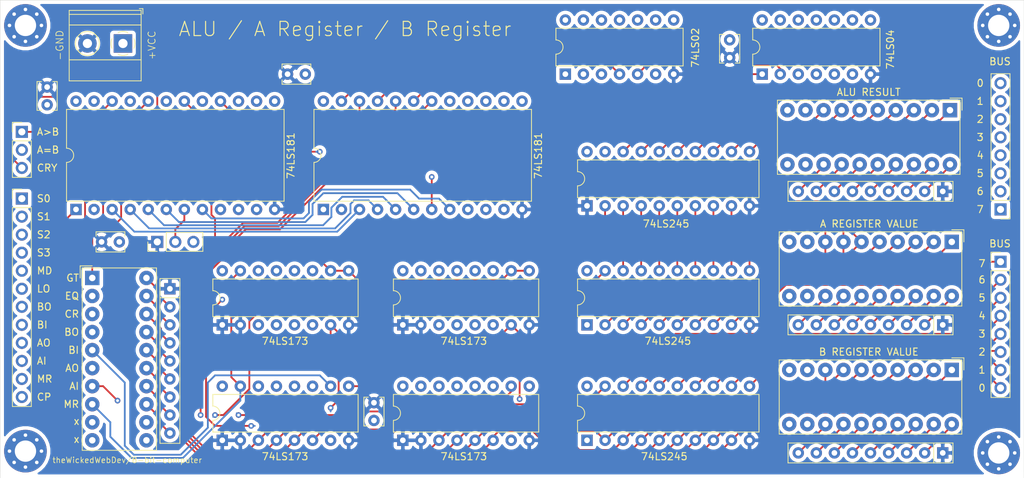
<source format=kicad_pcb>
(kicad_pcb (version 20171130) (host pcbnew "(5.1.9-0-10_14)")
  (layers (0 F.Cu signal) (1 In1.Cu signal) (2 In2.Cu signal hide) (31 B.Cu signal hide) (34 B.Paste user) (35 F.Paste user) (36 B.SilkS user) (37 F.SilkS user) (38 B.Mask user) (39 F.Mask user) (44 Edge.Cuts user))
  (net 0 "")
  (net 1 VCC)
  (net 2 GND)
  (net 3 "Net-(BAR1-Pad20)")
  (net 4 "Net-(BAR1-Pad19)")
  (net 5 "Net-(BAR1-Pad18)")
  (net 6 "Net-(BAR1-Pad17)")
  (net 7 "Net-(BAR1-Pad9)")
  (net 8 "Net-(BAR1-Pad10)")
  (net 9 "Net-(BAR1-Pad11)")
  (net 10 "Net-(BAR1-Pad12)")
  (net 11 A7)
  (net 12 A6)
  (net 13 A5)
  (net 14 A4)
  (net 15 "Net-(BAR1-Pad16)")
  (net 16 "Net-(BAR1-Pad15)")
  (net 17 "Net-(BAR1-Pad14)")
  (net 18 "Net-(BAR1-Pad13)")
  (net 19 A3)
  (net 20 A2)
  (net 21 A1)
  (net 22 A0)
  (net 23 "Net-(BAR2-Pad20)")
  (net 24 "Net-(BAR2-Pad19)")
  (net 25 "Net-(BAR2-Pad18)")
  (net 26 "Net-(BAR2-Pad17)")
  (net 27 "Net-(BAR2-Pad9)")
  (net 28 "Net-(BAR2-Pad10)")
  (net 29 "Net-(BAR2-Pad11)")
  (net 30 "Net-(BAR2-Pad12)")
  (net 31 B7)
  (net 32 B6)
  (net 33 B5)
  (net 34 B4)
  (net 35 "Net-(BAR2-Pad16)")
  (net 36 "Net-(BAR2-Pad15)")
  (net 37 "Net-(BAR2-Pad14)")
  (net 38 "Net-(BAR2-Pad13)")
  (net 39 B3)
  (net 40 B2)
  (net 41 B1)
  (net 42 B0)
  (net 43 "Net-(BAR3-Pad20)")
  (net 44 "Net-(BAR3-Pad19)")
  (net 45 "Net-(BAR3-Pad18)")
  (net 46 "Net-(BAR3-Pad17)")
  (net 47 "Net-(BAR3-Pad9)")
  (net 48 "Net-(BAR3-Pad10)")
  (net 49 "Net-(BAR3-Pad11)")
  (net 50 "Net-(BAR3-Pad12)")
  (net 51 F7)
  (net 52 F6)
  (net 53 F5)
  (net 54 F4)
  (net 55 "Net-(BAR3-Pad16)")
  (net 56 "Net-(BAR3-Pad15)")
  (net 57 "Net-(BAR3-Pad14)")
  (net 58 "Net-(BAR3-Pad13)")
  (net 59 F3)
  (net 60 F2)
  (net 61 F1)
  (net 62 F0)
  (net 63 RESET)
  (net 64 A_REGISTER_IN)
  (net 65 B_REGISTER_IN)
  (net 66 A_REGISTER_OUT)
  (net 67 B_REGISTER_OUT)
  (net 68 NOT_CARRY)
  (net 69 A_EQ_B)
  (net 70 A_GT_B)
  (net 71 BUS_00)
  (net 72 BUS_01)
  (net 73 BUS_02)
  (net 74 BUS_03)
  (net 75 BUS_04)
  (net 76 BUS_05)
  (net 77 BUS_06)
  (net 78 BUS_07)
  (net 79 CLOCK)
  (net 80 ALU_OUT)
  (net 81 ALU_MODE)
  (net 82 ALU_S3)
  (net 83 ALU_S2)
  (net 84 ALU_S1)
  (net 85 ALU_S0)
  (net 86 "Net-(J17-Pad2)")
  (net 87 CARRY)
  (net 88 CN+4)
  (net 89 "Net-(U9-Pad17)")
  (net 90 "Net-(U9-Pad15)")
  (net 91 "Net-(U11-Pad17)")
  (net 92 "Net-(U11-Pad15)")
  (net 93 "Net-(BAR4-Pad20)")
  (net 94 "Net-(BAR4-Pad19)")
  (net 95 "Net-(BAR4-Pad18)")
  (net 96 "Net-(BAR4-Pad17)")
  (net 97 "Net-(BAR4-Pad9)")
  (net 98 "Net-(BAR4-Pad10)")
  (net 99 "Net-(BAR4-Pad11)")
  (net 100 "Net-(BAR4-Pad12)")
  (net 101 "Net-(BAR4-Pad16)")
  (net 102 "Net-(BAR4-Pad15)")
  (net 103 "Net-(BAR4-Pad14)")
  (net 104 "Net-(BAR4-Pad13)")
  (module Connector_PinHeader_2.54mm:PinHeader_1x08_P2.54mm_Vertical (layer F.Cu) (at 208.026 91.44)
    (fp_text reference J4 hide)
    (fp_text value Conn_01x08 hide)
    (pad 8 thru_hole oval (at 0 17.78) (size 1.7 1.7) (drill 1) (layers *.Cu *.Mask) (net 71 BUS_00))
    (pad 7 thru_hole oval (at 0 15.24) (size 1.7 1.7) (drill 1) (layers *.Cu *.Mask) (net 72 BUS_01))
    (pad 6 thru_hole oval (at 0 12.7) (size 1.7 1.7) (drill 1) (layers *.Cu *.Mask) (net 73 BUS_02))
    (pad 5 thru_hole oval (at 0 10.16) (size 1.7 1.7) (drill 1) (layers *.Cu *.Mask) (net 74 BUS_03))
    (pad 4 thru_hole oval (at 0 7.62) (size 1.7 1.7) (drill 1) (layers *.Cu *.Mask) (net 75 BUS_04))
    (pad 3 thru_hole oval (at 0 5.08) (size 1.7 1.7) (drill 1) (layers *.Cu *.Mask) (net 76 BUS_05))
    (pad 2 thru_hole oval (at 0 2.54) (size 1.7 1.7) (drill 1) (layers *.Cu *.Mask) (net 77 BUS_06))
    (pad 1 thru_hole rect (at 0 0) (size 1.7 1.7) (drill 1) (layers *.Cu *.Mask) (net 78 BUS_07))
  )
  (module MountingHole:MountingHole_3mm_Pad_Via (layer F.Cu) (at 207.772 118.364)
    (fp_text reference REF** hide)
    (fp_text value MountingHole_3mm_Pad_Via hide)
    (pad 1 thru_hole circle (at 1.59099 -1.59099) (size 0.8 0.8) (drill 0.5) (layers *.Cu *.Mask))
    (pad 1 thru_hole circle (at 0 -2.25) (size 0.8 0.8) (drill 0.5) (layers *.Cu *.Mask))
    (pad 1 thru_hole circle (at -1.59099 -1.59099) (size 0.8 0.8) (drill 0.5) (layers *.Cu *.Mask))
    (pad 1 thru_hole circle (at -2.25 0) (size 0.8 0.8) (drill 0.5) (layers *.Cu *.Mask))
    (pad 1 thru_hole circle (at -1.59099 1.59099) (size 0.8 0.8) (drill 0.5) (layers *.Cu *.Mask))
    (pad 1 thru_hole circle (at 0 2.25) (size 0.8 0.8) (drill 0.5) (layers *.Cu *.Mask))
    (pad 1 thru_hole circle (at 1.59099 1.59099) (size 0.8 0.8) (drill 0.5) (layers *.Cu *.Mask))
    (pad 1 thru_hole circle (at 2.25 0) (size 0.8 0.8) (drill 0.5) (layers *.Cu *.Mask))
    (pad 1 thru_hole circle (at 0 0) (size 6 6) (drill 3) (layers *.Cu *.Mask))
  )
  (module MountingHole:MountingHole_3mm_Pad_Via (layer F.Cu) (at 207.772 58.166)
    (fp_text reference REF** hide)
    (fp_text value MountingHole_3mm_Pad_Via hide)
    (pad 1 thru_hole circle (at 0 0) (size 6 6) (drill 3) (layers *.Cu *.Mask))
    (pad 1 thru_hole circle (at 2.25 0) (size 0.8 0.8) (drill 0.5) (layers *.Cu *.Mask))
    (pad 1 thru_hole circle (at 1.59099 1.59099) (size 0.8 0.8) (drill 0.5) (layers *.Cu *.Mask))
    (pad 1 thru_hole circle (at 0 2.25) (size 0.8 0.8) (drill 0.5) (layers *.Cu *.Mask))
    (pad 1 thru_hole circle (at -1.59099 1.59099) (size 0.8 0.8) (drill 0.5) (layers *.Cu *.Mask))
    (pad 1 thru_hole circle (at -2.25 0) (size 0.8 0.8) (drill 0.5) (layers *.Cu *.Mask))
    (pad 1 thru_hole circle (at -1.59099 -1.59099) (size 0.8 0.8) (drill 0.5) (layers *.Cu *.Mask))
    (pad 1 thru_hole circle (at 0 -2.25) (size 0.8 0.8) (drill 0.5) (layers *.Cu *.Mask))
    (pad 1 thru_hole circle (at 1.59099 -1.59099) (size 0.8 0.8) (drill 0.5) (layers *.Cu *.Mask))
  )
  (module MountingHole:MountingHole_3mm_Pad_Via (layer F.Cu) (at 70.866 118.11)
    (fp_text reference REF** hide)
    (fp_text value MountingHole_3mm_Pad_Via hide)
    (pad 1 thru_hole circle (at 0 0) (size 6 6) (drill 3) (layers *.Cu *.Mask))
    (pad 1 thru_hole circle (at 2.25 0) (size 0.8 0.8) (drill 0.5) (layers *.Cu *.Mask))
    (pad 1 thru_hole circle (at 1.59099 1.59099) (size 0.8 0.8) (drill 0.5) (layers *.Cu *.Mask))
    (pad 1 thru_hole circle (at 0 2.25) (size 0.8 0.8) (drill 0.5) (layers *.Cu *.Mask))
    (pad 1 thru_hole circle (at -1.59099 1.59099) (size 0.8 0.8) (drill 0.5) (layers *.Cu *.Mask))
    (pad 1 thru_hole circle (at -2.25 0) (size 0.8 0.8) (drill 0.5) (layers *.Cu *.Mask))
    (pad 1 thru_hole circle (at -1.59099 -1.59099) (size 0.8 0.8) (drill 0.5) (layers *.Cu *.Mask))
    (pad 1 thru_hole circle (at 0 -2.25) (size 0.8 0.8) (drill 0.5) (layers *.Cu *.Mask))
    (pad 1 thru_hole circle (at 1.59099 -1.59099) (size 0.8 0.8) (drill 0.5) (layers *.Cu *.Mask))
  )
  (module MountingHole:MountingHole_3mm_Pad_Via (layer F.Cu) (at 70.866 58.166)
    (fp_text reference REF** hide)
    (fp_text value MountingHole_3mm_Pad_Via hide)
    (pad 1 thru_hole circle (at 1.59099 -1.59099) (size 0.8 0.8) (drill 0.5) (layers *.Cu *.Mask))
    (pad 1 thru_hole circle (at 0 -2.25) (size 0.8 0.8) (drill 0.5) (layers *.Cu *.Mask))
    (pad 1 thru_hole circle (at -1.59099 -1.59099) (size 0.8 0.8) (drill 0.5) (layers *.Cu *.Mask))
    (pad 1 thru_hole circle (at -2.25 0) (size 0.8 0.8) (drill 0.5) (layers *.Cu *.Mask))
    (pad 1 thru_hole circle (at -1.59099 1.59099) (size 0.8 0.8) (drill 0.5) (layers *.Cu *.Mask))
    (pad 1 thru_hole circle (at 0 2.25) (size 0.8 0.8) (drill 0.5) (layers *.Cu *.Mask))
    (pad 1 thru_hole circle (at 1.59099 1.59099) (size 0.8 0.8) (drill 0.5) (layers *.Cu *.Mask))
    (pad 1 thru_hole circle (at 2.25 0) (size 0.8 0.8) (drill 0.5) (layers *.Cu *.Mask))
    (pad 1 thru_hole circle (at 0 0) (size 6 6) (drill 3) (layers *.Cu *.Mask))
  )
  (module Package_DIP:DIP-16_W7.62mm (layer F.Cu) (at 123.952 116.586 90)
    (fp_text reference U6 hide)
    (fp_text value 74LS173)
    (pad 16 thru_hole oval (at 7.62 0 90) (size 1.6 1.6) (drill 0.8) (layers *.Cu *.Mask) (net 1 VCC))
    (pad 8 thru_hole oval (at 0 17.78 90) (size 1.6 1.6) (drill 0.8) (layers *.Cu *.Mask) (net 2 GND))
    (pad 15 thru_hole oval (at 7.62 2.54 90) (size 1.6 1.6) (drill 0.8) (layers *.Cu *.Mask) (net 63 RESET))
    (pad 7 thru_hole oval (at 0 15.24 90) (size 1.6 1.6) (drill 0.8) (layers *.Cu *.Mask) (net 79 CLOCK))
    (pad 14 thru_hole oval (at 7.62 5.08 90) (size 1.6 1.6) (drill 0.8) (layers *.Cu *.Mask) (net 74 BUS_03))
    (pad 6 thru_hole oval (at 0 12.7 90) (size 1.6 1.6) (drill 0.8) (layers *.Cu *.Mask) (net 42 B0))
    (pad 13 thru_hole oval (at 7.62 7.62 90) (size 1.6 1.6) (drill 0.8) (layers *.Cu *.Mask) (net 73 BUS_02))
    (pad 5 thru_hole oval (at 0 10.16 90) (size 1.6 1.6) (drill 0.8) (layers *.Cu *.Mask) (net 41 B1))
    (pad 12 thru_hole oval (at 7.62 10.16 90) (size 1.6 1.6) (drill 0.8) (layers *.Cu *.Mask) (net 72 BUS_01))
    (pad 4 thru_hole oval (at 0 7.62 90) (size 1.6 1.6) (drill 0.8) (layers *.Cu *.Mask) (net 40 B2))
    (pad 11 thru_hole oval (at 7.62 12.7 90) (size 1.6 1.6) (drill 0.8) (layers *.Cu *.Mask) (net 71 BUS_00))
    (pad 3 thru_hole oval (at 0 5.08 90) (size 1.6 1.6) (drill 0.8) (layers *.Cu *.Mask) (net 39 B3))
    (pad 10 thru_hole oval (at 7.62 15.24 90) (size 1.6 1.6) (drill 0.8) (layers *.Cu *.Mask) (net 65 B_REGISTER_IN))
    (pad 2 thru_hole oval (at 0 2.54 90) (size 1.6 1.6) (drill 0.8) (layers *.Cu *.Mask) (net 2 GND))
    (pad 9 thru_hole oval (at 7.62 17.78 90) (size 1.6 1.6) (drill 0.8) (layers *.Cu *.Mask) (net 65 B_REGISTER_IN))
    (pad 1 thru_hole rect (at 0 0 90) (size 1.6 1.6) (drill 0.8) (layers *.Cu *.Mask) (net 2 GND))
  )
  (module Package_DIP:DIP-16_W7.62mm (layer F.Cu) (at 123.952 100.33 90)
    (fp_text reference U5 hide)
    (fp_text value 74LS173)
    (pad 16 thru_hole oval (at 7.62 0 90) (size 1.6 1.6) (drill 0.8) (layers *.Cu *.Mask) (net 1 VCC))
    (pad 8 thru_hole oval (at 0 17.78 90) (size 1.6 1.6) (drill 0.8) (layers *.Cu *.Mask) (net 2 GND))
    (pad 15 thru_hole oval (at 7.62 2.54 90) (size 1.6 1.6) (drill 0.8) (layers *.Cu *.Mask) (net 63 RESET))
    (pad 7 thru_hole oval (at 0 15.24 90) (size 1.6 1.6) (drill 0.8) (layers *.Cu *.Mask) (net 79 CLOCK))
    (pad 14 thru_hole oval (at 7.62 5.08 90) (size 1.6 1.6) (drill 0.8) (layers *.Cu *.Mask) (net 74 BUS_03))
    (pad 6 thru_hole oval (at 0 12.7 90) (size 1.6 1.6) (drill 0.8) (layers *.Cu *.Mask) (net 22 A0))
    (pad 13 thru_hole oval (at 7.62 7.62 90) (size 1.6 1.6) (drill 0.8) (layers *.Cu *.Mask) (net 73 BUS_02))
    (pad 5 thru_hole oval (at 0 10.16 90) (size 1.6 1.6) (drill 0.8) (layers *.Cu *.Mask) (net 21 A1))
    (pad 12 thru_hole oval (at 7.62 10.16 90) (size 1.6 1.6) (drill 0.8) (layers *.Cu *.Mask) (net 72 BUS_01))
    (pad 4 thru_hole oval (at 0 7.62 90) (size 1.6 1.6) (drill 0.8) (layers *.Cu *.Mask) (net 20 A2))
    (pad 11 thru_hole oval (at 7.62 12.7 90) (size 1.6 1.6) (drill 0.8) (layers *.Cu *.Mask) (net 71 BUS_00))
    (pad 3 thru_hole oval (at 0 5.08 90) (size 1.6 1.6) (drill 0.8) (layers *.Cu *.Mask) (net 19 A3))
    (pad 10 thru_hole oval (at 7.62 15.24 90) (size 1.6 1.6) (drill 0.8) (layers *.Cu *.Mask) (net 64 A_REGISTER_IN))
    (pad 2 thru_hole oval (at 0 2.54 90) (size 1.6 1.6) (drill 0.8) (layers *.Cu *.Mask) (net 2 GND))
    (pad 9 thru_hole oval (at 7.62 17.78 90) (size 1.6 1.6) (drill 0.8) (layers *.Cu *.Mask) (net 64 A_REGISTER_IN))
    (pad 1 thru_hole rect (at 0 0 90) (size 1.6 1.6) (drill 0.8) (layers *.Cu *.Mask) (net 2 GND))
  )
  (module Package_DIP:DIP-16_W7.62mm (layer F.Cu) (at 98.552 116.586 90)
    (fp_text reference U4 hide)
    (fp_text value 74LS173)
    (pad 16 thru_hole oval (at 7.62 0 90) (size 1.6 1.6) (drill 0.8) (layers *.Cu *.Mask) (net 1 VCC))
    (pad 8 thru_hole oval (at 0 17.78 90) (size 1.6 1.6) (drill 0.8) (layers *.Cu *.Mask) (net 2 GND))
    (pad 15 thru_hole oval (at 7.62 2.54 90) (size 1.6 1.6) (drill 0.8) (layers *.Cu *.Mask) (net 63 RESET))
    (pad 7 thru_hole oval (at 0 15.24 90) (size 1.6 1.6) (drill 0.8) (layers *.Cu *.Mask) (net 79 CLOCK))
    (pad 14 thru_hole oval (at 7.62 5.08 90) (size 1.6 1.6) (drill 0.8) (layers *.Cu *.Mask) (net 78 BUS_07))
    (pad 6 thru_hole oval (at 0 12.7 90) (size 1.6 1.6) (drill 0.8) (layers *.Cu *.Mask) (net 34 B4))
    (pad 13 thru_hole oval (at 7.62 7.62 90) (size 1.6 1.6) (drill 0.8) (layers *.Cu *.Mask) (net 77 BUS_06))
    (pad 5 thru_hole oval (at 0 10.16 90) (size 1.6 1.6) (drill 0.8) (layers *.Cu *.Mask) (net 33 B5))
    (pad 12 thru_hole oval (at 7.62 10.16 90) (size 1.6 1.6) (drill 0.8) (layers *.Cu *.Mask) (net 76 BUS_05))
    (pad 4 thru_hole oval (at 0 7.62 90) (size 1.6 1.6) (drill 0.8) (layers *.Cu *.Mask) (net 32 B6))
    (pad 11 thru_hole oval (at 7.62 12.7 90) (size 1.6 1.6) (drill 0.8) (layers *.Cu *.Mask) (net 75 BUS_04))
    (pad 3 thru_hole oval (at 0 5.08 90) (size 1.6 1.6) (drill 0.8) (layers *.Cu *.Mask) (net 31 B7))
    (pad 10 thru_hole oval (at 7.62 15.24 90) (size 1.6 1.6) (drill 0.8) (layers *.Cu *.Mask) (net 65 B_REGISTER_IN))
    (pad 2 thru_hole oval (at 0 2.54 90) (size 1.6 1.6) (drill 0.8) (layers *.Cu *.Mask) (net 2 GND))
    (pad 9 thru_hole oval (at 7.62 17.78 90) (size 1.6 1.6) (drill 0.8) (layers *.Cu *.Mask) (net 65 B_REGISTER_IN))
    (pad 1 thru_hole rect (at 0 0 90) (size 1.6 1.6) (drill 0.8) (layers *.Cu *.Mask) (net 2 GND))
  )
  (module Package_DIP:DIP-16_W7.62mm (layer F.Cu) (at 98.552 100.33 90)
    (fp_text reference U3 hide)
    (fp_text value 74LS173)
    (pad 16 thru_hole oval (at 7.62 0 90) (size 1.6 1.6) (drill 0.8) (layers *.Cu *.Mask) (net 1 VCC))
    (pad 8 thru_hole oval (at 0 17.78 90) (size 1.6 1.6) (drill 0.8) (layers *.Cu *.Mask) (net 2 GND))
    (pad 15 thru_hole oval (at 7.62 2.54 90) (size 1.6 1.6) (drill 0.8) (layers *.Cu *.Mask) (net 63 RESET))
    (pad 7 thru_hole oval (at 0 15.24 90) (size 1.6 1.6) (drill 0.8) (layers *.Cu *.Mask) (net 79 CLOCK))
    (pad 14 thru_hole oval (at 7.62 5.08 90) (size 1.6 1.6) (drill 0.8) (layers *.Cu *.Mask) (net 78 BUS_07))
    (pad 6 thru_hole oval (at 0 12.7 90) (size 1.6 1.6) (drill 0.8) (layers *.Cu *.Mask) (net 14 A4))
    (pad 13 thru_hole oval (at 7.62 7.62 90) (size 1.6 1.6) (drill 0.8) (layers *.Cu *.Mask) (net 77 BUS_06))
    (pad 5 thru_hole oval (at 0 10.16 90) (size 1.6 1.6) (drill 0.8) (layers *.Cu *.Mask) (net 13 A5))
    (pad 12 thru_hole oval (at 7.62 10.16 90) (size 1.6 1.6) (drill 0.8) (layers *.Cu *.Mask) (net 76 BUS_05))
    (pad 4 thru_hole oval (at 0 7.62 90) (size 1.6 1.6) (drill 0.8) (layers *.Cu *.Mask) (net 12 A6))
    (pad 11 thru_hole oval (at 7.62 12.7 90) (size 1.6 1.6) (drill 0.8) (layers *.Cu *.Mask) (net 75 BUS_04))
    (pad 3 thru_hole oval (at 0 5.08 90) (size 1.6 1.6) (drill 0.8) (layers *.Cu *.Mask) (net 11 A7))
    (pad 10 thru_hole oval (at 7.62 15.24 90) (size 1.6 1.6) (drill 0.8) (layers *.Cu *.Mask) (net 64 A_REGISTER_IN))
    (pad 2 thru_hole oval (at 0 2.54 90) (size 1.6 1.6) (drill 0.8) (layers *.Cu *.Mask) (net 2 GND))
    (pad 9 thru_hole oval (at 7.62 17.78 90) (size 1.6 1.6) (drill 0.8) (layers *.Cu *.Mask) (net 64 A_REGISTER_IN))
    (pad 1 thru_hole rect (at 0 0 90) (size 1.6 1.6) (drill 0.8) (layers *.Cu *.Mask) (net 2 GND))
  )
  (module Package_DIP:DIP-20_W7.62mm (layer F.Cu) (at 149.86 116.586 90)
    (fp_text reference U2 hide)
    (fp_text value 74LS245)
    (pad 20 thru_hole oval (at 7.62 0 90) (size 1.6 1.6) (drill 0.8) (layers *.Cu *.Mask) (net 1 VCC))
    (pad 10 thru_hole oval (at 0 22.86 90) (size 1.6 1.6) (drill 0.8) (layers *.Cu *.Mask) (net 2 GND))
    (pad 19 thru_hole oval (at 7.62 2.54 90) (size 1.6 1.6) (drill 0.8) (layers *.Cu *.Mask) (net 67 B_REGISTER_OUT))
    (pad 9 thru_hole oval (at 0 20.32 90) (size 1.6 1.6) (drill 0.8) (layers *.Cu *.Mask) (net 42 B0))
    (pad 18 thru_hole oval (at 7.62 5.08 90) (size 1.6 1.6) (drill 0.8) (layers *.Cu *.Mask) (net 78 BUS_07))
    (pad 8 thru_hole oval (at 0 17.78 90) (size 1.6 1.6) (drill 0.8) (layers *.Cu *.Mask) (net 41 B1))
    (pad 17 thru_hole oval (at 7.62 7.62 90) (size 1.6 1.6) (drill 0.8) (layers *.Cu *.Mask) (net 77 BUS_06))
    (pad 7 thru_hole oval (at 0 15.24 90) (size 1.6 1.6) (drill 0.8) (layers *.Cu *.Mask) (net 40 B2))
    (pad 16 thru_hole oval (at 7.62 10.16 90) (size 1.6 1.6) (drill 0.8) (layers *.Cu *.Mask) (net 76 BUS_05))
    (pad 6 thru_hole oval (at 0 12.7 90) (size 1.6 1.6) (drill 0.8) (layers *.Cu *.Mask) (net 39 B3))
    (pad 15 thru_hole oval (at 7.62 12.7 90) (size 1.6 1.6) (drill 0.8) (layers *.Cu *.Mask) (net 75 BUS_04))
    (pad 5 thru_hole oval (at 0 10.16 90) (size 1.6 1.6) (drill 0.8) (layers *.Cu *.Mask) (net 34 B4))
    (pad 14 thru_hole oval (at 7.62 15.24 90) (size 1.6 1.6) (drill 0.8) (layers *.Cu *.Mask) (net 74 BUS_03))
    (pad 4 thru_hole oval (at 0 7.62 90) (size 1.6 1.6) (drill 0.8) (layers *.Cu *.Mask) (net 33 B5))
    (pad 13 thru_hole oval (at 7.62 17.78 90) (size 1.6 1.6) (drill 0.8) (layers *.Cu *.Mask) (net 73 BUS_02))
    (pad 3 thru_hole oval (at 0 5.08 90) (size 1.6 1.6) (drill 0.8) (layers *.Cu *.Mask) (net 32 B6))
    (pad 12 thru_hole oval (at 7.62 20.32 90) (size 1.6 1.6) (drill 0.8) (layers *.Cu *.Mask) (net 72 BUS_01))
    (pad 2 thru_hole oval (at 0 2.54 90) (size 1.6 1.6) (drill 0.8) (layers *.Cu *.Mask) (net 31 B7))
    (pad 11 thru_hole oval (at 7.62 22.86 90) (size 1.6 1.6) (drill 0.8) (layers *.Cu *.Mask) (net 71 BUS_00))
    (pad 1 thru_hole rect (at 0 0 90) (size 1.6 1.6) (drill 0.8) (layers *.Cu *.Mask) (net 1 VCC))
  )
  (module Package_DIP:DIP-20_W7.62mm (layer F.Cu) (at 149.86 100.33 90)
    (fp_text reference U1 hide)
    (fp_text value 74LS245)
    (pad 20 thru_hole oval (at 7.62 0 90) (size 1.6 1.6) (drill 0.8) (layers *.Cu *.Mask) (net 1 VCC))
    (pad 10 thru_hole oval (at 0 22.86 90) (size 1.6 1.6) (drill 0.8) (layers *.Cu *.Mask) (net 2 GND))
    (pad 19 thru_hole oval (at 7.62 2.54 90) (size 1.6 1.6) (drill 0.8) (layers *.Cu *.Mask) (net 66 A_REGISTER_OUT))
    (pad 9 thru_hole oval (at 0 20.32 90) (size 1.6 1.6) (drill 0.8) (layers *.Cu *.Mask) (net 22 A0))
    (pad 18 thru_hole oval (at 7.62 5.08 90) (size 1.6 1.6) (drill 0.8) (layers *.Cu *.Mask) (net 78 BUS_07))
    (pad 8 thru_hole oval (at 0 17.78 90) (size 1.6 1.6) (drill 0.8) (layers *.Cu *.Mask) (net 21 A1))
    (pad 17 thru_hole oval (at 7.62 7.62 90) (size 1.6 1.6) (drill 0.8) (layers *.Cu *.Mask) (net 77 BUS_06))
    (pad 7 thru_hole oval (at 0 15.24 90) (size 1.6 1.6) (drill 0.8) (layers *.Cu *.Mask) (net 20 A2))
    (pad 16 thru_hole oval (at 7.62 10.16 90) (size 1.6 1.6) (drill 0.8) (layers *.Cu *.Mask) (net 76 BUS_05))
    (pad 6 thru_hole oval (at 0 12.7 90) (size 1.6 1.6) (drill 0.8) (layers *.Cu *.Mask) (net 19 A3))
    (pad 15 thru_hole oval (at 7.62 12.7 90) (size 1.6 1.6) (drill 0.8) (layers *.Cu *.Mask) (net 75 BUS_04))
    (pad 5 thru_hole oval (at 0 10.16 90) (size 1.6 1.6) (drill 0.8) (layers *.Cu *.Mask) (net 14 A4))
    (pad 14 thru_hole oval (at 7.62 15.24 90) (size 1.6 1.6) (drill 0.8) (layers *.Cu *.Mask) (net 74 BUS_03))
    (pad 4 thru_hole oval (at 0 7.62 90) (size 1.6 1.6) (drill 0.8) (layers *.Cu *.Mask) (net 13 A5))
    (pad 13 thru_hole oval (at 7.62 17.78 90) (size 1.6 1.6) (drill 0.8) (layers *.Cu *.Mask) (net 73 BUS_02))
    (pad 3 thru_hole oval (at 0 5.08 90) (size 1.6 1.6) (drill 0.8) (layers *.Cu *.Mask) (net 12 A6))
    (pad 12 thru_hole oval (at 7.62 20.32 90) (size 1.6 1.6) (drill 0.8) (layers *.Cu *.Mask) (net 72 BUS_01))
    (pad 2 thru_hole oval (at 0 2.54 90) (size 1.6 1.6) (drill 0.8) (layers *.Cu *.Mask) (net 11 A7))
    (pad 11 thru_hole oval (at 7.62 22.86 90) (size 1.6 1.6) (drill 0.8) (layers *.Cu *.Mask) (net 71 BUS_00))
    (pad 1 thru_hole rect (at 0 0 90) (size 1.6 1.6) (drill 0.8) (layers *.Cu *.Mask) (net 1 VCC))
  )
  (module Resistor_THT:R_Array_SIP9 (layer F.Cu) (at 91.186 95.25 270)
    (fp_text reference RN4 hide)
    (fp_text value R_Network08)
    (pad 9 thru_hole oval (at 20.32 0 270) (size 1.6 1.6) (drill 0.8) (layers *.Cu *.Mask) (net 104 "Net-(BAR4-Pad13)"))
    (pad 8 thru_hole oval (at 17.78 0 270) (size 1.6 1.6) (drill 0.8) (layers *.Cu *.Mask) (net 103 "Net-(BAR4-Pad14)"))
    (pad 7 thru_hole oval (at 15.24 0 270) (size 1.6 1.6) (drill 0.8) (layers *.Cu *.Mask) (net 102 "Net-(BAR4-Pad15)"))
    (pad 6 thru_hole oval (at 12.7 0 270) (size 1.6 1.6) (drill 0.8) (layers *.Cu *.Mask) (net 101 "Net-(BAR4-Pad16)"))
    (pad 5 thru_hole oval (at 10.16 0 270) (size 1.6 1.6) (drill 0.8) (layers *.Cu *.Mask) (net 96 "Net-(BAR4-Pad17)"))
    (pad 4 thru_hole oval (at 7.62 0 270) (size 1.6 1.6) (drill 0.8) (layers *.Cu *.Mask) (net 95 "Net-(BAR4-Pad18)"))
    (pad 3 thru_hole oval (at 5.08 0 270) (size 1.6 1.6) (drill 0.8) (layers *.Cu *.Mask) (net 94 "Net-(BAR4-Pad19)"))
    (pad 2 thru_hole oval (at 2.54 0 270) (size 1.6 1.6) (drill 0.8) (layers *.Cu *.Mask) (net 93 "Net-(BAR4-Pad20)"))
    (pad 1 thru_hole rect (at 0 0 270) (size 1.6 1.6) (drill 0.8) (layers *.Cu *.Mask) (net 2 GND))
  )
  (module Display:HDSP-4830 (layer F.Cu) (at 80.264 93.726)
    (fp_text reference BAR4 hide)
    (fp_text value HDSP-4830_2)
    (pad 20 thru_hole circle (at 7.62 0 270) (size 2.032 2.032) (drill 0.9144) (layers *.Cu *.Mask) (net 93 "Net-(BAR4-Pad20)"))
    (pad 19 thru_hole circle (at 7.62 2.54 270) (size 2.032 2.032) (drill 0.9144) (layers *.Cu *.Mask) (net 94 "Net-(BAR4-Pad19)"))
    (pad 18 thru_hole circle (at 7.62 5.08 270) (size 2.032 2.032) (drill 0.9144) (layers *.Cu *.Mask) (net 95 "Net-(BAR4-Pad18)"))
    (pad 17 thru_hole circle (at 7.62 7.62 270) (size 2.032 2.032) (drill 0.9144) (layers *.Cu *.Mask) (net 96 "Net-(BAR4-Pad17)"))
    (pad 9 thru_hole circle (at 0 20.32 270) (size 2.032 2.032) (drill 0.9144) (layers *.Cu *.Mask) (net 97 "Net-(BAR4-Pad9)"))
    (pad 10 thru_hole circle (at 0 22.86 270) (size 2.032 2.032) (drill 0.9144) (layers *.Cu *.Mask) (net 98 "Net-(BAR4-Pad10)"))
    (pad 11 thru_hole circle (at 7.62 22.86 270) (size 2.032 2.032) (drill 0.9144) (layers *.Cu *.Mask) (net 99 "Net-(BAR4-Pad11)"))
    (pad 12 thru_hole circle (at 7.62 20.32 270) (size 2.032 2.032) (drill 0.9144) (layers *.Cu *.Mask) (net 100 "Net-(BAR4-Pad12)"))
    (pad 8 thru_hole circle (at 0 17.78 270) (size 2.032 2.032) (drill 0.9144) (layers *.Cu *.Mask) (net 63 RESET))
    (pad 7 thru_hole circle (at 0 15.24 270) (size 2.032 2.032) (drill 0.9144) (layers *.Cu *.Mask) (net 64 A_REGISTER_IN))
    (pad 6 thru_hole circle (at 0 12.7 270) (size 2.032 2.032) (drill 0.9144) (layers *.Cu *.Mask) (net 66 A_REGISTER_OUT))
    (pad 5 thru_hole circle (at 0 10.16 270) (size 2.032 2.032) (drill 0.9144) (layers *.Cu *.Mask) (net 65 B_REGISTER_IN))
    (pad 16 thru_hole circle (at 7.62 10.16 270) (size 2.032 2.032) (drill 0.9144) (layers *.Cu *.Mask) (net 101 "Net-(BAR4-Pad16)"))
    (pad 15 thru_hole circle (at 7.62 12.7 270) (size 2.032 2.032) (drill 0.9144) (layers *.Cu *.Mask) (net 102 "Net-(BAR4-Pad15)"))
    (pad 14 thru_hole circle (at 7.62 15.24 270) (size 2.032 2.032) (drill 0.9144) (layers *.Cu *.Mask) (net 103 "Net-(BAR4-Pad14)"))
    (pad 13 thru_hole circle (at 7.62 17.78 270) (size 2.032 2.032) (drill 0.9144) (layers *.Cu *.Mask) (net 104 "Net-(BAR4-Pad13)"))
    (pad 4 thru_hole circle (at 0 7.62 270) (size 2.032 2.032) (drill 0.9144) (layers *.Cu *.Mask) (net 67 B_REGISTER_OUT))
    (pad 3 thru_hole circle (at 0 5.08 270) (size 2.032 2.032) (drill 0.9144) (layers *.Cu *.Mask) (net 68 NOT_CARRY))
    (pad 2 thru_hole circle (at 0 2.54 270) (size 2.032 2.032) (drill 0.9144) (layers *.Cu *.Mask) (net 69 A_EQ_B))
    (pad 1 thru_hole rect (at 0 0 270) (size 2.032 2.032) (drill 0.9144) (layers *.Cu *.Mask) (net 70 A_GT_B))
  )
  (module Package_DIP:DIP-24_W15.24mm (layer F.Cu) (at 77.978 84.074 90)
    (fp_text reference U11 hide)
    (fp_text value 74LS181)
    (pad 24 thru_hole oval (at 15.24 0 90) (size 1.6 1.6) (drill 0.8) (layers *.Cu *.Mask) (net 1 VCC))
    (pad 12 thru_hole oval (at 0 27.94 90) (size 1.6 1.6) (drill 0.8) (layers *.Cu *.Mask) (net 2 GND))
    (pad 23 thru_hole oval (at 15.24 2.54 90) (size 1.6 1.6) (drill 0.8) (layers *.Cu *.Mask) (net 21 A1))
    (pad 11 thru_hole oval (at 0 25.4 90) (size 1.6 1.6) (drill 0.8) (layers *.Cu *.Mask) (net 60 F2))
    (pad 22 thru_hole oval (at 15.24 5.08 90) (size 1.6 1.6) (drill 0.8) (layers *.Cu *.Mask) (net 41 B1))
    (pad 10 thru_hole oval (at 0 22.86 90) (size 1.6 1.6) (drill 0.8) (layers *.Cu *.Mask) (net 61 F1))
    (pad 21 thru_hole oval (at 15.24 7.62 90) (size 1.6 1.6) (drill 0.8) (layers *.Cu *.Mask) (net 20 A2))
    (pad 9 thru_hole oval (at 0 20.32 90) (size 1.6 1.6) (drill 0.8) (layers *.Cu *.Mask) (net 62 F0))
    (pad 20 thru_hole oval (at 15.24 10.16 90) (size 1.6 1.6) (drill 0.8) (layers *.Cu *.Mask) (net 40 B2))
    (pad 8 thru_hole oval (at 0 17.78 90) (size 1.6 1.6) (drill 0.8) (layers *.Cu *.Mask) (net 81 ALU_MODE))
    (pad 19 thru_hole oval (at 15.24 12.7 90) (size 1.6 1.6) (drill 0.8) (layers *.Cu *.Mask) (net 19 A3))
    (pad 7 thru_hole oval (at 0 15.24 90) (size 1.6 1.6) (drill 0.8) (layers *.Cu *.Mask) (net 86 "Net-(J17-Pad2)"))
    (pad 18 thru_hole oval (at 15.24 15.24 90) (size 1.6 1.6) (drill 0.8) (layers *.Cu *.Mask) (net 39 B3))
    (pad 6 thru_hole oval (at 0 12.7 90) (size 1.6 1.6) (drill 0.8) (layers *.Cu *.Mask) (net 85 ALU_S0))
    (pad 17 thru_hole oval (at 15.24 17.78 90) (size 1.6 1.6) (drill 0.8) (layers *.Cu *.Mask) (net 91 "Net-(U11-Pad17)"))
    (pad 5 thru_hole oval (at 0 10.16 90) (size 1.6 1.6) (drill 0.8) (layers *.Cu *.Mask) (net 84 ALU_S1))
    (pad 16 thru_hole oval (at 15.24 20.32 90) (size 1.6 1.6) (drill 0.8) (layers *.Cu *.Mask) (net 88 CN+4))
    (pad 4 thru_hole oval (at 0 7.62 90) (size 1.6 1.6) (drill 0.8) (layers *.Cu *.Mask) (net 83 ALU_S2))
    (pad 15 thru_hole oval (at 15.24 22.86 90) (size 1.6 1.6) (drill 0.8) (layers *.Cu *.Mask) (net 92 "Net-(U11-Pad15)"))
    (pad 3 thru_hole oval (at 0 5.08 90) (size 1.6 1.6) (drill 0.8) (layers *.Cu *.Mask) (net 82 ALU_S3))
    (pad 14 thru_hole oval (at 15.24 25.4 90) (size 1.6 1.6) (drill 0.8) (layers *.Cu *.Mask) (net 69 A_EQ_B))
    (pad 2 thru_hole oval (at 0 2.54 90) (size 1.6 1.6) (drill 0.8) (layers *.Cu *.Mask) (net 22 A0))
    (pad 13 thru_hole oval (at 15.24 27.94 90) (size 1.6 1.6) (drill 0.8) (layers *.Cu *.Mask) (net 59 F3))
    (pad 1 thru_hole rect (at 0 0 90) (size 1.6 1.6) (drill 0.8) (layers *.Cu *.Mask) (net 42 B0))
  )
  (module Package_DIP:DIP-20_W7.62mm (layer F.Cu) (at 149.86 83.566 90)
    (fp_text reference U10 hide)
    (fp_text value 74LS245)
    (pad 20 thru_hole oval (at 7.62 0 90) (size 1.6 1.6) (drill 0.8) (layers *.Cu *.Mask) (net 1 VCC))
    (pad 10 thru_hole oval (at 0 22.86 90) (size 1.6 1.6) (drill 0.8) (layers *.Cu *.Mask) (net 2 GND))
    (pad 19 thru_hole oval (at 7.62 2.54 90) (size 1.6 1.6) (drill 0.8) (layers *.Cu *.Mask) (net 80 ALU_OUT))
    (pad 9 thru_hole oval (at 0 20.32 90) (size 1.6 1.6) (drill 0.8) (layers *.Cu *.Mask) (net 71 BUS_00))
    (pad 18 thru_hole oval (at 7.62 5.08 90) (size 1.6 1.6) (drill 0.8) (layers *.Cu *.Mask) (net 51 F7))
    (pad 8 thru_hole oval (at 0 17.78 90) (size 1.6 1.6) (drill 0.8) (layers *.Cu *.Mask) (net 72 BUS_01))
    (pad 17 thru_hole oval (at 7.62 7.62 90) (size 1.6 1.6) (drill 0.8) (layers *.Cu *.Mask) (net 52 F6))
    (pad 7 thru_hole oval (at 0 15.24 90) (size 1.6 1.6) (drill 0.8) (layers *.Cu *.Mask) (net 73 BUS_02))
    (pad 16 thru_hole oval (at 7.62 10.16 90) (size 1.6 1.6) (drill 0.8) (layers *.Cu *.Mask) (net 53 F5))
    (pad 6 thru_hole oval (at 0 12.7 90) (size 1.6 1.6) (drill 0.8) (layers *.Cu *.Mask) (net 74 BUS_03))
    (pad 15 thru_hole oval (at 7.62 12.7 90) (size 1.6 1.6) (drill 0.8) (layers *.Cu *.Mask) (net 54 F4))
    (pad 5 thru_hole oval (at 0 10.16 90) (size 1.6 1.6) (drill 0.8) (layers *.Cu *.Mask) (net 75 BUS_04))
    (pad 14 thru_hole oval (at 7.62 15.24 90) (size 1.6 1.6) (drill 0.8) (layers *.Cu *.Mask) (net 59 F3))
    (pad 4 thru_hole oval (at 0 7.62 90) (size 1.6 1.6) (drill 0.8) (layers *.Cu *.Mask) (net 76 BUS_05))
    (pad 13 thru_hole oval (at 7.62 17.78 90) (size 1.6 1.6) (drill 0.8) (layers *.Cu *.Mask) (net 60 F2))
    (pad 3 thru_hole oval (at 0 5.08 90) (size 1.6 1.6) (drill 0.8) (layers *.Cu *.Mask) (net 77 BUS_06))
    (pad 12 thru_hole oval (at 7.62 20.32 90) (size 1.6 1.6) (drill 0.8) (layers *.Cu *.Mask) (net 61 F1))
    (pad 2 thru_hole oval (at 0 2.54 90) (size 1.6 1.6) (drill 0.8) (layers *.Cu *.Mask) (net 78 BUS_07))
    (pad 11 thru_hole oval (at 7.62 22.86 90) (size 1.6 1.6) (drill 0.8) (layers *.Cu *.Mask) (net 62 F0))
    (pad 1 thru_hole rect (at 0 0 90) (size 1.6 1.6) (drill 0.8) (layers *.Cu *.Mask) (net 2 GND))
  )
  (module Package_DIP:DIP-24_W15.24mm (layer F.Cu) (at 112.776 84.074 90)
    (fp_text reference U9 hide)
    (fp_text value 74LS181)
    (pad 24 thru_hole oval (at 15.24 0 90) (size 1.6 1.6) (drill 0.8) (layers *.Cu *.Mask) (net 1 VCC))
    (pad 12 thru_hole oval (at 0 27.94 90) (size 1.6 1.6) (drill 0.8) (layers *.Cu *.Mask) (net 2 GND))
    (pad 23 thru_hole oval (at 15.24 2.54 90) (size 1.6 1.6) (drill 0.8) (layers *.Cu *.Mask) (net 13 A5))
    (pad 11 thru_hole oval (at 0 25.4 90) (size 1.6 1.6) (drill 0.8) (layers *.Cu *.Mask) (net 52 F6))
    (pad 22 thru_hole oval (at 15.24 5.08 90) (size 1.6 1.6) (drill 0.8) (layers *.Cu *.Mask) (net 33 B5))
    (pad 10 thru_hole oval (at 0 22.86 90) (size 1.6 1.6) (drill 0.8) (layers *.Cu *.Mask) (net 53 F5))
    (pad 21 thru_hole oval (at 15.24 7.62 90) (size 1.6 1.6) (drill 0.8) (layers *.Cu *.Mask) (net 12 A6))
    (pad 9 thru_hole oval (at 0 20.32 90) (size 1.6 1.6) (drill 0.8) (layers *.Cu *.Mask) (net 54 F4))
    (pad 20 thru_hole oval (at 15.24 10.16 90) (size 1.6 1.6) (drill 0.8) (layers *.Cu *.Mask) (net 32 B6))
    (pad 8 thru_hole oval (at 0 17.78 90) (size 1.6 1.6) (drill 0.8) (layers *.Cu *.Mask) (net 81 ALU_MODE))
    (pad 19 thru_hole oval (at 15.24 12.7 90) (size 1.6 1.6) (drill 0.8) (layers *.Cu *.Mask) (net 11 A7))
    (pad 7 thru_hole oval (at 0 15.24 90) (size 1.6 1.6) (drill 0.8) (layers *.Cu *.Mask) (net 88 CN+4))
    (pad 18 thru_hole oval (at 15.24 15.24 90) (size 1.6 1.6) (drill 0.8) (layers *.Cu *.Mask) (net 31 B7))
    (pad 6 thru_hole oval (at 0 12.7 90) (size 1.6 1.6) (drill 0.8) (layers *.Cu *.Mask) (net 85 ALU_S0))
    (pad 17 thru_hole oval (at 15.24 17.78 90) (size 1.6 1.6) (drill 0.8) (layers *.Cu *.Mask) (net 89 "Net-(U9-Pad17)"))
    (pad 5 thru_hole oval (at 0 10.16 90) (size 1.6 1.6) (drill 0.8) (layers *.Cu *.Mask) (net 84 ALU_S1))
    (pad 16 thru_hole oval (at 15.24 20.32 90) (size 1.6 1.6) (drill 0.8) (layers *.Cu *.Mask) (net 87 CARRY))
    (pad 4 thru_hole oval (at 0 7.62 90) (size 1.6 1.6) (drill 0.8) (layers *.Cu *.Mask) (net 83 ALU_S2))
    (pad 15 thru_hole oval (at 15.24 22.86 90) (size 1.6 1.6) (drill 0.8) (layers *.Cu *.Mask) (net 90 "Net-(U9-Pad15)"))
    (pad 3 thru_hole oval (at 0 5.08 90) (size 1.6 1.6) (drill 0.8) (layers *.Cu *.Mask) (net 82 ALU_S3))
    (pad 14 thru_hole oval (at 15.24 25.4 90) (size 1.6 1.6) (drill 0.8) (layers *.Cu *.Mask) (net 69 A_EQ_B))
    (pad 2 thru_hole oval (at 0 2.54 90) (size 1.6 1.6) (drill 0.8) (layers *.Cu *.Mask) (net 14 A4))
    (pad 13 thru_hole oval (at 15.24 27.94 90) (size 1.6 1.6) (drill 0.8) (layers *.Cu *.Mask) (net 51 F7))
    (pad 1 thru_hole rect (at 0 0 90) (size 1.6 1.6) (drill 0.8) (layers *.Cu *.Mask) (net 34 B4))
  )
  (module Package_DIP:DIP-14_W7.62mm (layer F.Cu) (at 146.812 65.024 90)
    (fp_text reference U8 hide)
    (fp_text value 74LS02 hide)
    (pad 14 thru_hole oval (at 7.62 0 90) (size 1.6 1.6) (drill 0.8) (layers *.Cu *.Mask) (net 1 VCC))
    (pad 7 thru_hole oval (at 0 15.24 90) (size 1.6 1.6) (drill 0.8) (layers *.Cu *.Mask) (net 2 GND))
    (pad 13 thru_hole oval (at 7.62 2.54 90) (size 1.6 1.6) (drill 0.8) (layers *.Cu *.Mask))
    (pad 6 thru_hole oval (at 0 12.7 90) (size 1.6 1.6) (drill 0.8) (layers *.Cu *.Mask) (net 69 A_EQ_B))
    (pad 12 thru_hole oval (at 7.62 5.08 90) (size 1.6 1.6) (drill 0.8) (layers *.Cu *.Mask))
    (pad 5 thru_hole oval (at 0 10.16 90) (size 1.6 1.6) (drill 0.8) (layers *.Cu *.Mask) (net 87 CARRY))
    (pad 11 thru_hole oval (at 7.62 7.62 90) (size 1.6 1.6) (drill 0.8) (layers *.Cu *.Mask))
    (pad 4 thru_hole oval (at 0 7.62 90) (size 1.6 1.6) (drill 0.8) (layers *.Cu *.Mask) (net 70 A_GT_B))
    (pad 10 thru_hole oval (at 7.62 10.16 90) (size 1.6 1.6) (drill 0.8) (layers *.Cu *.Mask))
    (pad 3 thru_hole oval (at 0 5.08 90) (size 1.6 1.6) (drill 0.8) (layers *.Cu *.Mask))
    (pad 9 thru_hole oval (at 7.62 12.7 90) (size 1.6 1.6) (drill 0.8) (layers *.Cu *.Mask))
    (pad 2 thru_hole oval (at 0 2.54 90) (size 1.6 1.6) (drill 0.8) (layers *.Cu *.Mask))
    (pad 8 thru_hole oval (at 7.62 15.24 90) (size 1.6 1.6) (drill 0.8) (layers *.Cu *.Mask))
    (pad 1 thru_hole rect (at 0 0 90) (size 1.6 1.6) (drill 0.8) (layers *.Cu *.Mask))
  )
  (module Package_DIP:DIP-14_W7.62mm (layer F.Cu) (at 174.498 65.024 90)
    (fp_text reference U7 hide)
    (fp_text value 74LS04 hide)
    (pad 14 thru_hole oval (at 7.62 0 90) (size 1.6 1.6) (drill 0.8) (layers *.Cu *.Mask) (net 1 VCC))
    (pad 7 thru_hole oval (at 0 15.24 90) (size 1.6 1.6) (drill 0.8) (layers *.Cu *.Mask) (net 2 GND))
    (pad 13 thru_hole oval (at 7.62 2.54 90) (size 1.6 1.6) (drill 0.8) (layers *.Cu *.Mask))
    (pad 6 thru_hole oval (at 0 12.7 90) (size 1.6 1.6) (drill 0.8) (layers *.Cu *.Mask))
    (pad 12 thru_hole oval (at 7.62 5.08 90) (size 1.6 1.6) (drill 0.8) (layers *.Cu *.Mask))
    (pad 5 thru_hole oval (at 0 10.16 90) (size 1.6 1.6) (drill 0.8) (layers *.Cu *.Mask))
    (pad 11 thru_hole oval (at 7.62 7.62 90) (size 1.6 1.6) (drill 0.8) (layers *.Cu *.Mask))
    (pad 4 thru_hole oval (at 0 7.62 90) (size 1.6 1.6) (drill 0.8) (layers *.Cu *.Mask))
    (pad 10 thru_hole oval (at 7.62 10.16 90) (size 1.6 1.6) (drill 0.8) (layers *.Cu *.Mask))
    (pad 3 thru_hole oval (at 0 5.08 90) (size 1.6 1.6) (drill 0.8) (layers *.Cu *.Mask))
    (pad 9 thru_hole oval (at 7.62 12.7 90) (size 1.6 1.6) (drill 0.8) (layers *.Cu *.Mask))
    (pad 2 thru_hole oval (at 0 2.54 90) (size 1.6 1.6) (drill 0.8) (layers *.Cu *.Mask) (net 68 NOT_CARRY))
    (pad 8 thru_hole oval (at 7.62 15.24 90) (size 1.6 1.6) (drill 0.8) (layers *.Cu *.Mask))
    (pad 1 thru_hole rect (at 0 0 90) (size 1.6 1.6) (drill 0.8) (layers *.Cu *.Mask) (net 87 CARRY))
  )
  (module Resistor_THT:R_Array_SIP9 (layer F.Cu) (at 199.898 81.534 180)
    (fp_text reference RN3 hide)
    (fp_text value R_Network08)
    (pad 9 thru_hole oval (at 20.32 0 180) (size 1.6 1.6) (drill 0.8) (layers *.Cu *.Mask) (net 58 "Net-(BAR3-Pad13)"))
    (pad 8 thru_hole oval (at 17.78 0 180) (size 1.6 1.6) (drill 0.8) (layers *.Cu *.Mask) (net 57 "Net-(BAR3-Pad14)"))
    (pad 7 thru_hole oval (at 15.24 0 180) (size 1.6 1.6) (drill 0.8) (layers *.Cu *.Mask) (net 56 "Net-(BAR3-Pad15)"))
    (pad 6 thru_hole oval (at 12.7 0 180) (size 1.6 1.6) (drill 0.8) (layers *.Cu *.Mask) (net 55 "Net-(BAR3-Pad16)"))
    (pad 5 thru_hole oval (at 10.16 0 180) (size 1.6 1.6) (drill 0.8) (layers *.Cu *.Mask) (net 46 "Net-(BAR3-Pad17)"))
    (pad 4 thru_hole oval (at 7.62 0 180) (size 1.6 1.6) (drill 0.8) (layers *.Cu *.Mask) (net 45 "Net-(BAR3-Pad18)"))
    (pad 3 thru_hole oval (at 5.08 0 180) (size 1.6 1.6) (drill 0.8) (layers *.Cu *.Mask) (net 44 "Net-(BAR3-Pad19)"))
    (pad 2 thru_hole oval (at 2.54 0 180) (size 1.6 1.6) (drill 0.8) (layers *.Cu *.Mask) (net 43 "Net-(BAR3-Pad20)"))
    (pad 1 thru_hole rect (at 0 0 180) (size 1.6 1.6) (drill 0.8) (layers *.Cu *.Mask) (net 2 GND))
  )
  (module Resistor_THT:R_Array_SIP9 (layer F.Cu) (at 199.898 118.364 180)
    (fp_text reference RN2 hide)
    (fp_text value R_Network08)
    (pad 9 thru_hole oval (at 20.32 0 180) (size 1.6 1.6) (drill 0.8) (layers *.Cu *.Mask) (net 38 "Net-(BAR2-Pad13)"))
    (pad 8 thru_hole oval (at 17.78 0 180) (size 1.6 1.6) (drill 0.8) (layers *.Cu *.Mask) (net 37 "Net-(BAR2-Pad14)"))
    (pad 7 thru_hole oval (at 15.24 0 180) (size 1.6 1.6) (drill 0.8) (layers *.Cu *.Mask) (net 36 "Net-(BAR2-Pad15)"))
    (pad 6 thru_hole oval (at 12.7 0 180) (size 1.6 1.6) (drill 0.8) (layers *.Cu *.Mask) (net 35 "Net-(BAR2-Pad16)"))
    (pad 5 thru_hole oval (at 10.16 0 180) (size 1.6 1.6) (drill 0.8) (layers *.Cu *.Mask) (net 26 "Net-(BAR2-Pad17)"))
    (pad 4 thru_hole oval (at 7.62 0 180) (size 1.6 1.6) (drill 0.8) (layers *.Cu *.Mask) (net 25 "Net-(BAR2-Pad18)"))
    (pad 3 thru_hole oval (at 5.08 0 180) (size 1.6 1.6) (drill 0.8) (layers *.Cu *.Mask) (net 24 "Net-(BAR2-Pad19)"))
    (pad 2 thru_hole oval (at 2.54 0 180) (size 1.6 1.6) (drill 0.8) (layers *.Cu *.Mask) (net 23 "Net-(BAR2-Pad20)"))
    (pad 1 thru_hole rect (at 0 0 180) (size 1.6 1.6) (drill 0.8) (layers *.Cu *.Mask) (net 2 GND))
  )
  (module Resistor_THT:R_Array_SIP9 (layer F.Cu) (at 199.898 100.33 180)
    (fp_text reference RN1 hide)
    (fp_text value R_Network08)
    (pad 9 thru_hole oval (at 20.32 0 180) (size 1.6 1.6) (drill 0.8) (layers *.Cu *.Mask) (net 18 "Net-(BAR1-Pad13)"))
    (pad 8 thru_hole oval (at 17.78 0 180) (size 1.6 1.6) (drill 0.8) (layers *.Cu *.Mask) (net 17 "Net-(BAR1-Pad14)"))
    (pad 7 thru_hole oval (at 15.24 0 180) (size 1.6 1.6) (drill 0.8) (layers *.Cu *.Mask) (net 16 "Net-(BAR1-Pad15)"))
    (pad 6 thru_hole oval (at 12.7 0 180) (size 1.6 1.6) (drill 0.8) (layers *.Cu *.Mask) (net 15 "Net-(BAR1-Pad16)"))
    (pad 5 thru_hole oval (at 10.16 0 180) (size 1.6 1.6) (drill 0.8) (layers *.Cu *.Mask) (net 6 "Net-(BAR1-Pad17)"))
    (pad 4 thru_hole oval (at 7.62 0 180) (size 1.6 1.6) (drill 0.8) (layers *.Cu *.Mask) (net 5 "Net-(BAR1-Pad18)"))
    (pad 3 thru_hole oval (at 5.08 0 180) (size 1.6 1.6) (drill 0.8) (layers *.Cu *.Mask) (net 4 "Net-(BAR1-Pad19)"))
    (pad 2 thru_hole oval (at 2.54 0 180) (size 1.6 1.6) (drill 0.8) (layers *.Cu *.Mask) (net 3 "Net-(BAR1-Pad20)"))
    (pad 1 thru_hole rect (at 0 0 180) (size 1.6 1.6) (drill 0.8) (layers *.Cu *.Mask) (net 2 GND))
  )
  (module Connector_PinHeader_2.54mm:PinHeader_1x03_P2.54mm_Vertical (layer F.Cu) (at 70.358 73.152)
    (fp_text reference J20 hide)
    (fp_text value Conn_01x03 hide)
    (pad 3 thru_hole oval (at 0 5.08) (size 1.7 1.7) (drill 1) (layers *.Cu *.Mask) (net 68 NOT_CARRY))
    (pad 2 thru_hole oval (at 0 2.54) (size 1.7 1.7) (drill 1) (layers *.Cu *.Mask) (net 69 A_EQ_B))
    (pad 1 thru_hole rect (at 0 0) (size 1.7 1.7) (drill 1) (layers *.Cu *.Mask) (net 70 A_GT_B))
  )
  (module Connector_PinHeader_2.54mm:PinHeader_1x03_P2.54mm_Vertical (layer F.Cu) (at 89.408 88.646 90)
    (fp_text reference J17 hide)
    (fp_text value Conn_01x03 hide)
    (pad 3 thru_hole oval (at 0 5.08 90) (size 1.7 1.7) (drill 1) (layers *.Cu *.Mask) (net 1 VCC))
    (pad 2 thru_hole oval (at 0 2.54 90) (size 1.7 1.7) (drill 1) (layers *.Cu *.Mask) (net 86 "Net-(J17-Pad2)"))
    (pad 1 thru_hole rect (at 0 0 90) (size 1.7 1.7) (drill 1) (layers *.Cu *.Mask) (net 2 GND))
  )
  (module TerminalBlock_Phoenix:TerminalBlock_Phoenix_MKDS-1,5-2_1x02_P5.00mm_Horizontal (layer F.Cu) (at 84.582 60.706 180)
    (fp_text reference J3 hide)
    (fp_text value Screw_Terminal_01x02 hide)
    (pad 2 thru_hole circle (at 5 0 180) (size 2.6 2.6) (drill 1.3) (layers *.Cu *.Mask) (net 2 GND))
    (pad 1 thru_hole rect (at 0 0 180) (size 2.6 2.6) (drill 1.3) (layers *.Cu *.Mask) (net 1 VCC))
  )
  (module Connector_PinHeader_2.54mm:PinHeader_1x12_P2.54mm_Vertical (layer F.Cu) (at 70.358 82.55)
    (fp_text reference J2 hide)
    (fp_text value Conn_01x12 hide)
    (pad 12 thru_hole oval (at 0 27.94) (size 1.7 1.7) (drill 1) (layers *.Cu *.Mask) (net 79 CLOCK))
    (pad 11 thru_hole oval (at 0 25.4) (size 1.7 1.7) (drill 1) (layers *.Cu *.Mask) (net 63 RESET))
    (pad 10 thru_hole oval (at 0 22.86) (size 1.7 1.7) (drill 1) (layers *.Cu *.Mask) (net 64 A_REGISTER_IN))
    (pad 9 thru_hole oval (at 0 20.32) (size 1.7 1.7) (drill 1) (layers *.Cu *.Mask) (net 66 A_REGISTER_OUT))
    (pad 8 thru_hole oval (at 0 17.78) (size 1.7 1.7) (drill 1) (layers *.Cu *.Mask) (net 65 B_REGISTER_IN))
    (pad 7 thru_hole oval (at 0 15.24) (size 1.7 1.7) (drill 1) (layers *.Cu *.Mask) (net 67 B_REGISTER_OUT))
    (pad 6 thru_hole oval (at 0 12.7) (size 1.7 1.7) (drill 1) (layers *.Cu *.Mask) (net 80 ALU_OUT))
    (pad 5 thru_hole oval (at 0 10.16) (size 1.7 1.7) (drill 1) (layers *.Cu *.Mask) (net 81 ALU_MODE))
    (pad 4 thru_hole oval (at 0 7.62) (size 1.7 1.7) (drill 1) (layers *.Cu *.Mask) (net 82 ALU_S3))
    (pad 3 thru_hole oval (at 0 5.08) (size 1.7 1.7) (drill 1) (layers *.Cu *.Mask) (net 83 ALU_S2))
    (pad 2 thru_hole oval (at 0 2.54) (size 1.7 1.7) (drill 1) (layers *.Cu *.Mask) (net 84 ALU_S1))
    (pad 1 thru_hole rect (at 0 0) (size 1.7 1.7) (drill 1) (layers *.Cu *.Mask) (net 85 ALU_S0))
  )
  (module Connector_PinHeader_2.54mm:PinHeader_1x08_P2.54mm_Vertical (layer F.Cu) (at 208.026 84.074 180)
    (fp_text reference J1 hide)
    (fp_text value Conn_01x08 hide)
    (pad 8 thru_hole oval (at 0 17.78 180) (size 1.7 1.7) (drill 1) (layers *.Cu *.Mask) (net 71 BUS_00))
    (pad 7 thru_hole oval (at 0 15.24 180) (size 1.7 1.7) (drill 1) (layers *.Cu *.Mask) (net 72 BUS_01))
    (pad 6 thru_hole oval (at 0 12.7 180) (size 1.7 1.7) (drill 1) (layers *.Cu *.Mask) (net 73 BUS_02))
    (pad 5 thru_hole oval (at 0 10.16 180) (size 1.7 1.7) (drill 1) (layers *.Cu *.Mask) (net 74 BUS_03))
    (pad 4 thru_hole oval (at 0 7.62 180) (size 1.7 1.7) (drill 1) (layers *.Cu *.Mask) (net 75 BUS_04))
    (pad 3 thru_hole oval (at 0 5.08 180) (size 1.7 1.7) (drill 1) (layers *.Cu *.Mask) (net 76 BUS_05))
    (pad 2 thru_hole oval (at 0 2.54 180) (size 1.7 1.7) (drill 1) (layers *.Cu *.Mask) (net 77 BUS_06))
    (pad 1 thru_hole rect (at 0 0 180) (size 1.7 1.7) (drill 1) (layers *.Cu *.Mask) (net 78 BUS_07))
  )
  (module Capacitor_THT:C_Disc_D3.8mm_W2.6mm_P2.50mm (layer F.Cu) (at 119.888 113.792 90)
    (fp_text reference C5 hide)
    (fp_text value CP1)
    (pad 2 thru_hole circle (at 2.5 0 90) (size 1.6 1.6) (drill 0.8) (layers *.Cu *.Mask) (net 2 GND))
    (pad 1 thru_hole circle (at 0 0 90) (size 1.6 1.6) (drill 0.8) (layers *.Cu *.Mask) (net 1 VCC))
  )
  (module Capacitor_THT:C_Disc_D3.8mm_W2.6mm_P2.50mm (layer F.Cu) (at 84.074 88.646 180)
    (fp_text reference C4 hide)
    (fp_text value CP1)
    (pad 2 thru_hole circle (at 2.5 0 180) (size 1.6 1.6) (drill 0.8) (layers *.Cu *.Mask) (net 2 GND))
    (pad 1 thru_hole circle (at 0 0 180) (size 1.6 1.6) (drill 0.8) (layers *.Cu *.Mask) (net 1 VCC))
  )
  (module Capacitor_THT:C_Disc_D3.8mm_W2.6mm_P2.50mm (layer F.Cu) (at 169.926 60.198 270)
    (fp_text reference C3 hide)
    (fp_text value CP1)
    (pad 2 thru_hole circle (at 2.5 0 270) (size 1.6 1.6) (drill 0.8) (layers *.Cu *.Mask) (net 2 GND))
    (pad 1 thru_hole circle (at 0 0 270) (size 1.6 1.6) (drill 0.8) (layers *.Cu *.Mask) (net 1 VCC))
  )
  (module Capacitor_THT:C_Disc_D3.8mm_W2.6mm_P2.50mm (layer F.Cu) (at 73.914 69.342 90)
    (fp_text reference C2 hide)
    (fp_text value CP1)
    (pad 2 thru_hole circle (at 2.5 0 90) (size 1.6 1.6) (drill 0.8) (layers *.Cu *.Mask) (net 2 GND))
    (pad 1 thru_hole circle (at 0 0 90) (size 1.6 1.6) (drill 0.8) (layers *.Cu *.Mask) (net 1 VCC))
  )
  (module Capacitor_THT:C_Disc_D3.8mm_W2.6mm_P2.50mm (layer F.Cu) (at 110.236 65.024 180)
    (fp_text reference C1 hide)
    (fp_text value CP1)
    (pad 2 thru_hole circle (at 2.5 0 180) (size 1.6 1.6) (drill 0.8) (layers *.Cu *.Mask) (net 2 GND))
    (pad 1 thru_hole circle (at 0 0 180) (size 1.6 1.6) (drill 0.8) (layers *.Cu *.Mask) (net 1 VCC))
  )
  (module Display:HDSP-4830 (layer F.Cu) (at 200.914 70.104 270)
    (fp_text reference BAR3 hide)
    (fp_text value HDSP-4830_2)
    (pad 20 thru_hole circle (at 7.62 0 180) (size 2.032 2.032) (drill 0.9144) (layers *.Cu *.Mask) (net 43 "Net-(BAR3-Pad20)"))
    (pad 19 thru_hole circle (at 7.62 2.54 180) (size 2.032 2.032) (drill 0.9144) (layers *.Cu *.Mask) (net 44 "Net-(BAR3-Pad19)"))
    (pad 18 thru_hole circle (at 7.62 5.08 180) (size 2.032 2.032) (drill 0.9144) (layers *.Cu *.Mask) (net 45 "Net-(BAR3-Pad18)"))
    (pad 17 thru_hole circle (at 7.62 7.62 180) (size 2.032 2.032) (drill 0.9144) (layers *.Cu *.Mask) (net 46 "Net-(BAR3-Pad17)"))
    (pad 9 thru_hole circle (at 0 20.32 180) (size 2.032 2.032) (drill 0.9144) (layers *.Cu *.Mask) (net 47 "Net-(BAR3-Pad9)"))
    (pad 10 thru_hole circle (at 0 22.86 180) (size 2.032 2.032) (drill 0.9144) (layers *.Cu *.Mask) (net 48 "Net-(BAR3-Pad10)"))
    (pad 11 thru_hole circle (at 7.62 22.86 180) (size 2.032 2.032) (drill 0.9144) (layers *.Cu *.Mask) (net 49 "Net-(BAR3-Pad11)"))
    (pad 12 thru_hole circle (at 7.62 20.32 180) (size 2.032 2.032) (drill 0.9144) (layers *.Cu *.Mask) (net 50 "Net-(BAR3-Pad12)"))
    (pad 8 thru_hole circle (at 0 17.78 180) (size 2.032 2.032) (drill 0.9144) (layers *.Cu *.Mask) (net 51 F7))
    (pad 7 thru_hole circle (at 0 15.24 180) (size 2.032 2.032) (drill 0.9144) (layers *.Cu *.Mask) (net 52 F6))
    (pad 6 thru_hole circle (at 0 12.7 180) (size 2.032 2.032) (drill 0.9144) (layers *.Cu *.Mask) (net 53 F5))
    (pad 5 thru_hole circle (at 0 10.16 180) (size 2.032 2.032) (drill 0.9144) (layers *.Cu *.Mask) (net 54 F4))
    (pad 16 thru_hole circle (at 7.62 10.16 180) (size 2.032 2.032) (drill 0.9144) (layers *.Cu *.Mask) (net 55 "Net-(BAR3-Pad16)"))
    (pad 15 thru_hole circle (at 7.62 12.7 180) (size 2.032 2.032) (drill 0.9144) (layers *.Cu *.Mask) (net 56 "Net-(BAR3-Pad15)"))
    (pad 14 thru_hole circle (at 7.62 15.24 180) (size 2.032 2.032) (drill 0.9144) (layers *.Cu *.Mask) (net 57 "Net-(BAR3-Pad14)"))
    (pad 13 thru_hole circle (at 7.62 17.78 180) (size 2.032 2.032) (drill 0.9144) (layers *.Cu *.Mask) (net 58 "Net-(BAR3-Pad13)"))
    (pad 4 thru_hole circle (at 0 7.62 180) (size 2.032 2.032) (drill 0.9144) (layers *.Cu *.Mask) (net 59 F3))
    (pad 3 thru_hole circle (at 0 5.08 180) (size 2.032 2.032) (drill 0.9144) (layers *.Cu *.Mask) (net 60 F2))
    (pad 2 thru_hole circle (at 0 2.54 180) (size 2.032 2.032) (drill 0.9144) (layers *.Cu *.Mask) (net 61 F1))
    (pad 1 thru_hole rect (at 0 0 180) (size 2.032 2.032) (drill 0.9144) (layers *.Cu *.Mask) (net 62 F0))
  )
  (module Display:HDSP-4830 (layer F.Cu) (at 201.168 106.68 270)
    (fp_text reference BAR2 hide)
    (fp_text value HDSP-4830_2)
    (pad 20 thru_hole circle (at 7.62 0 180) (size 2.032 2.032) (drill 0.9144) (layers *.Cu *.Mask) (net 23 "Net-(BAR2-Pad20)"))
    (pad 19 thru_hole circle (at 7.62 2.54 180) (size 2.032 2.032) (drill 0.9144) (layers *.Cu *.Mask) (net 24 "Net-(BAR2-Pad19)"))
    (pad 18 thru_hole circle (at 7.62 5.08 180) (size 2.032 2.032) (drill 0.9144) (layers *.Cu *.Mask) (net 25 "Net-(BAR2-Pad18)"))
    (pad 17 thru_hole circle (at 7.62 7.62 180) (size 2.032 2.032) (drill 0.9144) (layers *.Cu *.Mask) (net 26 "Net-(BAR2-Pad17)"))
    (pad 9 thru_hole circle (at 0 20.32 180) (size 2.032 2.032) (drill 0.9144) (layers *.Cu *.Mask) (net 27 "Net-(BAR2-Pad9)"))
    (pad 10 thru_hole circle (at 0 22.86 180) (size 2.032 2.032) (drill 0.9144) (layers *.Cu *.Mask) (net 28 "Net-(BAR2-Pad10)"))
    (pad 11 thru_hole circle (at 7.62 22.86 180) (size 2.032 2.032) (drill 0.9144) (layers *.Cu *.Mask) (net 29 "Net-(BAR2-Pad11)"))
    (pad 12 thru_hole circle (at 7.62 20.32 180) (size 2.032 2.032) (drill 0.9144) (layers *.Cu *.Mask) (net 30 "Net-(BAR2-Pad12)"))
    (pad 8 thru_hole circle (at 0 17.78 180) (size 2.032 2.032) (drill 0.9144) (layers *.Cu *.Mask) (net 31 B7))
    (pad 7 thru_hole circle (at 0 15.24 180) (size 2.032 2.032) (drill 0.9144) (layers *.Cu *.Mask) (net 32 B6))
    (pad 6 thru_hole circle (at 0 12.7 180) (size 2.032 2.032) (drill 0.9144) (layers *.Cu *.Mask) (net 33 B5))
    (pad 5 thru_hole circle (at 0 10.16 180) (size 2.032 2.032) (drill 0.9144) (layers *.Cu *.Mask) (net 34 B4))
    (pad 16 thru_hole circle (at 7.62 10.16 180) (size 2.032 2.032) (drill 0.9144) (layers *.Cu *.Mask) (net 35 "Net-(BAR2-Pad16)"))
    (pad 15 thru_hole circle (at 7.62 12.7 180) (size 2.032 2.032) (drill 0.9144) (layers *.Cu *.Mask) (net 36 "Net-(BAR2-Pad15)"))
    (pad 14 thru_hole circle (at 7.62 15.24 180) (size 2.032 2.032) (drill 0.9144) (layers *.Cu *.Mask) (net 37 "Net-(BAR2-Pad14)"))
    (pad 13 thru_hole circle (at 7.62 17.78 180) (size 2.032 2.032) (drill 0.9144) (layers *.Cu *.Mask) (net 38 "Net-(BAR2-Pad13)"))
    (pad 4 thru_hole circle (at 0 7.62 180) (size 2.032 2.032) (drill 0.9144) (layers *.Cu *.Mask) (net 39 B3))
    (pad 3 thru_hole circle (at 0 5.08 180) (size 2.032 2.032) (drill 0.9144) (layers *.Cu *.Mask) (net 40 B2))
    (pad 2 thru_hole circle (at 0 2.54 180) (size 2.032 2.032) (drill 0.9144) (layers *.Cu *.Mask) (net 41 B1))
    (pad 1 thru_hole rect (at 0 0 180) (size 2.032 2.032) (drill 0.9144) (layers *.Cu *.Mask) (net 42 B0))
  )
  (module Display:HDSP-4830 (layer F.Cu) (at 201.168 88.646 270)
    (fp_text reference BAR1 hide)
    (fp_text value HDSP-4830_2)
    (pad 20 thru_hole circle (at 7.62 0 180) (size 2.032 2.032) (drill 0.9144) (layers *.Cu *.Mask) (net 3 "Net-(BAR1-Pad20)"))
    (pad 19 thru_hole circle (at 7.62 2.54 180) (size 2.032 2.032) (drill 0.9144) (layers *.Cu *.Mask) (net 4 "Net-(BAR1-Pad19)"))
    (pad 18 thru_hole circle (at 7.62 5.08 180) (size 2.032 2.032) (drill 0.9144) (layers *.Cu *.Mask) (net 5 "Net-(BAR1-Pad18)"))
    (pad 17 thru_hole circle (at 7.62 7.62 180) (size 2.032 2.032) (drill 0.9144) (layers *.Cu *.Mask) (net 6 "Net-(BAR1-Pad17)"))
    (pad 9 thru_hole circle (at 0 20.32 180) (size 2.032 2.032) (drill 0.9144) (layers *.Cu *.Mask) (net 7 "Net-(BAR1-Pad9)"))
    (pad 10 thru_hole circle (at 0 22.86 180) (size 2.032 2.032) (drill 0.9144) (layers *.Cu *.Mask) (net 8 "Net-(BAR1-Pad10)"))
    (pad 11 thru_hole circle (at 7.62 22.86 180) (size 2.032 2.032) (drill 0.9144) (layers *.Cu *.Mask) (net 9 "Net-(BAR1-Pad11)"))
    (pad 12 thru_hole circle (at 7.62 20.32 180) (size 2.032 2.032) (drill 0.9144) (layers *.Cu *.Mask) (net 10 "Net-(BAR1-Pad12)"))
    (pad 8 thru_hole circle (at 0 17.78 180) (size 2.032 2.032) (drill 0.9144) (layers *.Cu *.Mask) (net 11 A7))
    (pad 7 thru_hole circle (at 0 15.24 180) (size 2.032 2.032) (drill 0.9144) (layers *.Cu *.Mask) (net 12 A6))
    (pad 6 thru_hole circle (at 0 12.7 180) (size 2.032 2.032) (drill 0.9144) (layers *.Cu *.Mask) (net 13 A5))
    (pad 5 thru_hole circle (at 0 10.16 180) (size 2.032 2.032) (drill 0.9144) (layers *.Cu *.Mask) (net 14 A4))
    (pad 16 thru_hole circle (at 7.62 10.16 180) (size 2.032 2.032) (drill 0.9144) (layers *.Cu *.Mask) (net 15 "Net-(BAR1-Pad16)"))
    (pad 15 thru_hole circle (at 7.62 12.7 180) (size 2.032 2.032) (drill 0.9144) (layers *.Cu *.Mask) (net 16 "Net-(BAR1-Pad15)"))
    (pad 14 thru_hole circle (at 7.62 15.24 180) (size 2.032 2.032) (drill 0.9144) (layers *.Cu *.Mask) (net 17 "Net-(BAR1-Pad14)"))
    (pad 13 thru_hole circle (at 7.62 17.78 180) (size 2.032 2.032) (drill 0.9144) (layers *.Cu *.Mask) (net 18 "Net-(BAR1-Pad13)"))
    (pad 4 thru_hole circle (at 0 7.62 180) (size 2.032 2.032) (drill 0.9144) (layers *.Cu *.Mask) (net 19 A3))
    (pad 3 thru_hole circle (at 0 5.08 180) (size 2.032 2.032) (drill 0.9144) (layers *.Cu *.Mask) (net 20 A2))
    (pad 2 thru_hole circle (at 0 2.54 180) (size 2.032 2.032) (drill 0.9144) (layers *.Cu *.Mask) (net 21 A1))
    (pad 1 thru_hole rect (at 0 0 180) (size 2.032 2.032) (drill 0.9144) (layers *.Cu *.Mask) (net 22 A0))
  )
  (gr_line (start 211.328 121.92) (end 211.328 120.904) (layer Edge.Cuts) (width 0.05))
  (gr_line (start 67.31 121.92) (end 211.328 121.92) (layer Edge.Cuts) (width 0.05))
  (gr_line (start 67.31 120.904) (end 67.31 121.92) (layer Edge.Cuts) (width 0.05))
  (gr_text BUS (at 209.55 88.9) (layer F.SilkS) (effects (font (size 1 1)) (justify right)))
  (gr_text 7 (at 205.994 91.694) (layer F.SilkS) (effects (font (size 1 1)) (justify right)))
  (gr_text 6 (at 205.994 93.98) (layer F.SilkS) (effects (font (size 1 1)) (justify right)))
  (gr_text 2 (at 205.994 104.14) (layer F.SilkS) (effects (font (size 1 1)) (justify right)))
  (gr_text 3 (at 205.994 101.6) (layer F.SilkS) (effects (font (size 1 1)) (justify right)))
  (gr_text 0 (at 205.994 109.22) (layer F.SilkS) (effects (font (size 1 1)) (justify right)))
  (gr_text 1 (at 205.994 106.68) (layer F.SilkS) (effects (font (size 1 1)) (justify right)))
  (gr_text 4 (at 205.994 99.06) (layer F.SilkS) (effects (font (size 1 1)) (justify right)))
  (gr_text 5 (at 205.994 96.52) (layer F.SilkS) (effects (font (size 1 1)) (justify right)))
  (gr_text +VCC (at 88.646 60.96 90) (layer F.SilkS) (effects (font (size 1 1) (thickness 0.1))))
  (gr_text -GND (at 75.692 60.96 90) (layer F.SilkS) (effects (font (size 1 1) (thickness 0.1))))
  (gr_text CRY (at 72.39 78.232) (layer F.SilkS) (effects (font (size 1 1)) (justify left)))
  (gr_text A=B (at 72.39 75.692) (layer F.SilkS) (effects (font (size 1 1)) (justify left)))
  (gr_text A>B (at 72.39 73.152) (layer F.SilkS) (effects (font (size 1 1)) (justify left)))
  (gr_text CP (at 72.39 110.49) (layer F.SilkS) (effects (font (size 1 1)) (justify left)))
  (gr_text MR (at 72.39 107.95) (layer F.SilkS) (effects (font (size 1 1)) (justify left)))
  (gr_text AI (at 72.39 105.41) (layer F.SilkS) (effects (font (size 1 1)) (justify left)))
  (gr_text AO (at 72.39 102.87) (layer F.SilkS) (effects (font (size 1 1)) (justify left)))
  (gr_text BI (at 72.39 100.33) (layer F.SilkS) (effects (font (size 1 1)) (justify left)))
  (gr_text BO (at 72.39 97.79) (layer F.SilkS) (effects (font (size 1 1)) (justify left)))
  (gr_text LO (at 72.39 95.25) (layer F.SilkS) (effects (font (size 1 1)) (justify left)))
  (gr_text MD (at 72.39 92.71) (layer F.SilkS) (effects (font (size 1 1)) (justify left)))
  (gr_text S3 (at 72.39 90.17) (layer F.SilkS) (effects (font (size 1 1)) (justify left)))
  (gr_text S2 (at 72.39 87.63) (layer F.SilkS) (effects (font (size 1 1)) (justify left)))
  (gr_text S1 (at 72.39 85.09) (layer F.SilkS) (effects (font (size 1 1)) (justify left)))
  (gr_text S0 (at 72.39 82.55) (layer F.SilkS) (effects (font (size 1 1)) (justify left)))
  (gr_text BUS (at 209.55 63.246) (layer F.SilkS) (effects (font (size 1 1)) (justify right)))
  (gr_text 7 (at 205.74 84.074) (layer F.SilkS) (effects (font (size 1 1)) (justify right)))
  (gr_text 6 (at 205.74 81.534) (layer F.SilkS) (effects (font (size 1 1)) (justify right)))
  (gr_text 5 (at 205.74 78.994) (layer F.SilkS) (effects (font (size 1 1)) (justify right)))
  (gr_text 4 (at 205.74 76.454) (layer F.SilkS) (effects (font (size 1 1)) (justify right)))
  (gr_text 3 (at 205.74 73.914) (layer F.SilkS) (effects (font (size 1 1)) (justify right)))
  (gr_text 2 (at 205.74 71.374) (layer F.SilkS) (effects (font (size 1 1)) (justify right)))
  (gr_text 1 (at 205.74 68.834) (layer F.SilkS) (effects (font (size 1 1)) (justify right)))
  (gr_text 0 (at 205.74 66.294) (layer F.SilkS) (effects (font (size 1 1)) (justify right)))
  (gr_text "B REGISTER VALUE" (at 196.596 104.14) (layer F.SilkS) (effects (font (size 1 1)) (justify right)))
  (gr_text "A REGISTER VALUE" (at 196.596 86.106) (layer F.SilkS) (effects (font (size 1 1)) (justify right)))
  (gr_text "ALU RESULT" (at 194.056 67.564) (layer F.SilkS) (effects (font (size 1 1)) (justify right)))
  (gr_text 74LS173 (at 135.89 118.872) (layer F.SilkS) (effects (font (size 1 1)) (justify right)))
  (gr_text 74LS173 (at 110.744 118.872) (layer F.SilkS) (effects (font (size 1 1)) (justify right)))
  (gr_text 74LS173 (at 110.744 102.616) (layer F.SilkS) (effects (font (size 1 1)) (justify right)))
  (gr_text 74LS173 (at 135.89 102.616) (layer F.SilkS) (effects (font (size 1 1)) (justify right)))
  (gr_text 74LS245 (at 164.084 118.872) (layer F.SilkS) (effects (font (size 1 1)) (justify right)))
  (gr_text 74LS245 (at 164.592 102.616) (layer F.SilkS) (effects (font (size 1 1)) (justify right)))
  (gr_text 74LS245 (at 164.338 86.106) (layer F.SilkS) (effects (font (size 1 1)) (justify right)))
  (gr_text 74LS04 (at 192.532 58.674 90) (layer F.SilkS) (effects (font (size 1 1)) (justify right)))
  (gr_text 74LS02 (at 165.1 58.42 90) (layer F.SilkS) (effects (font (size 1 1)) (justify right)))
  (gr_text 74LS181 (at 143.002 73.152 90) (layer F.SilkS) (effects (font (size 1 1)) (justify right)))
  (gr_text 74LS181 (at 108.204 73.152 90) (layer F.SilkS) (effects (font (size 1 1)) (justify right)))
  (gr_text theWickedWebDev/8-bit-computer (at 95.758 119.38) (layer F.SilkS) (effects (font (size 0.8 0.8) (thickness 0.1)) (justify right)))
  (gr_text "ALU / A Register / B Register" (at 115.824 58.674) (layer F.SilkS) (effects (font (size 2 2))))
  (gr_text X (at 78.486 116.586) (layer F.SilkS) (effects (font (size 0.7 0.7)) (justify right)))
  (gr_text X (at 78.486 114.046) (layer F.SilkS) (effects (font (size 0.7 0.7)) (justify right)))
  (gr_text GT (at 78.486 93.726) (layer F.SilkS) (effects (font (size 1 1)) (justify right)))
  (gr_text EQ (at 78.486 96.266) (layer F.SilkS) (effects (font (size 1 1)) (justify right)))
  (gr_text CR (at 78.486 98.806) (layer F.SilkS) (effects (font (size 1 1)) (justify right)))
  (gr_text BO (at 78.486 101.346) (layer F.SilkS) (effects (font (size 1 1)) (justify right)))
  (gr_text BI (at 78.486 103.886) (layer F.SilkS) (effects (font (size 1 1)) (justify right)))
  (gr_text AO (at 78.486 106.426) (layer F.SilkS) (effects (font (size 1 1)) (justify right)))
  (gr_text AI (at 78.486 108.966) (layer F.SilkS) (effects (font (size 1 1)) (justify right)))
  (gr_text MR (at 78.486 111.506) (layer F.SilkS) (effects (font (size 1 1)) (justify right)))
  (gr_line (start 67.31 54.61) (end 70.612 54.61) (layer Edge.Cuts) (width 0.05))
  (gr_line (start 67.31 55.88) (end 67.31 54.61) (layer Edge.Cuts) (width 0.05))
  (gr_line (start 67.31 120.904) (end 67.31 55.88) (layer Edge.Cuts) (width 0.05))
  (gr_line (start 211.328 54.61) (end 211.328 120.904) (layer Edge.Cuts) (width 0.05))
  (gr_line (start 70.612 54.61) (end 211.328 54.61) (layer Edge.Cuts) (width 0.05))
  (segment (start 201.168 96.52) (end 201.168 96.266) (width 0.25) (layer F.Cu) (net 3))
  (segment (start 197.358 100.33) (end 201.168 96.52) (width 0.25) (layer F.Cu) (net 3))
  (segment (start 198.628 96.52) (end 198.628 96.266) (width 0.25) (layer F.Cu) (net 4))
  (segment (start 194.818 100.33) (end 198.628 96.52) (width 0.25) (layer F.Cu) (net 4))
  (segment (start 196.088 96.52) (end 196.088 96.266) (width 0.25) (layer F.Cu) (net 5))
  (segment (start 192.278 100.33) (end 196.088 96.52) (width 0.25) (layer F.Cu) (net 5))
  (segment (start 193.548 96.52) (end 193.548 96.266) (width 0.25) (layer F.Cu) (net 6))
  (segment (start 189.738 100.33) (end 193.548 96.52) (width 0.25) (layer F.Cu) (net 6))
  (segment (start 152.4 100.33) (end 157.48 95.25) (width 0.25) (layer F.Cu) (net 11))
  (segment (start 157.48 95.25) (end 172.72 95.25) (width 0.25) (layer F.Cu) (net 11))
  (segment (start 172.72 95.25) (end 176.53 91.44) (width 0.25) (layer F.Cu) (net 11))
  (segment (start 176.53 91.44) (end 182.626 91.44) (width 0.25) (layer F.Cu) (net 11))
  (segment (start 183.388 90.678) (end 183.388 88.646) (width 0.25) (layer F.Cu) (net 11))
  (segment (start 182.626 91.44) (end 183.388 90.678) (width 0.25) (layer F.Cu) (net 11))
  (segment (start 183.388 88.646) (end 183.388 85.598) (width 0.25) (layer F.Cu) (net 11))
  (segment (start 183.388 85.598) (end 181.61 83.82) (width 0.25) (layer F.Cu) (net 11))
  (segment (start 181.61 83.82) (end 177.292 83.82) (width 0.25) (layer F.Cu) (net 11))
  (segment (start 177.292 83.82) (end 171.958 78.486) (width 0.25) (layer F.Cu) (net 11))
  (segment (start 171.958 78.486) (end 147.574 78.486) (width 0.25) (layer F.Cu) (net 11))
  (segment (start 147.574 78.486) (end 143.256 74.168) (width 0.25) (layer F.Cu) (net 11))
  (segment (start 143.256 74.168) (end 143.256 69.342) (width 0.25) (layer F.Cu) (net 11))
  (segment (start 143.256 69.342) (end 141.224 67.31) (width 0.25) (layer F.Cu) (net 11))
  (segment (start 127 67.31) (end 125.476 68.834) (width 0.25) (layer F.Cu) (net 11))
  (segment (start 141.224 67.31) (end 127 67.31) (width 0.25) (layer F.Cu) (net 11))
  (segment (start 154.94 100.33) (end 159.512 95.758) (width 0.25) (layer F.Cu) (net 12))
  (segment (start 159.512 95.758) (end 172.974 95.758) (width 0.25) (layer F.Cu) (net 12))
  (segment (start 172.974 95.758) (end 176.784 91.948) (width 0.25) (layer F.Cu) (net 12))
  (segment (start 176.784 91.948) (end 184.404 91.948) (width 0.25) (layer F.Cu) (net 12))
  (segment (start 185.928 90.424) (end 185.928 88.646) (width 0.25) (layer F.Cu) (net 12))
  (segment (start 184.404 91.948) (end 185.928 90.424) (width 0.25) (layer F.Cu) (net 12))
  (segment (start 143.764 69.213589) (end 141.4104 66.859989) (width 0.25) (layer F.Cu) (net 12))
  (segment (start 185.928 88.646) (end 185.928 87.20916) (width 0.25) (layer F.Cu) (net 12))
  (segment (start 185.928 87.20916) (end 182.088829 83.369989) (width 0.25) (layer F.Cu) (net 12))
  (segment (start 122.370011 66.859989) (end 120.396 68.834) (width 0.25) (layer F.Cu) (net 12))
  (segment (start 177.603989 83.369989) (end 172.212 77.978) (width 0.25) (layer F.Cu) (net 12))
  (segment (start 172.212 77.978) (end 147.828 77.978) (width 0.25) (layer F.Cu) (net 12))
  (segment (start 143.764 73.914) (end 143.764 69.213589) (width 0.25) (layer F.Cu) (net 12))
  (segment (start 182.088829 83.369989) (end 177.603989 83.369989) (width 0.25) (layer F.Cu) (net 12))
  (segment (start 147.828 77.978) (end 143.764 73.914) (width 0.25) (layer F.Cu) (net 12))
  (segment (start 141.4104 66.859989) (end 122.370011 66.859989) (width 0.25) (layer F.Cu) (net 12))
  (segment (start 161.601989 96.208011) (end 173.1604 96.208011) (width 0.25) (layer F.Cu) (net 13))
  (segment (start 173.1604 96.208011) (end 176.9704 92.398011) (width 0.25) (layer F.Cu) (net 13))
  (segment (start 184.715989 92.398011) (end 188.468 88.646) (width 0.25) (layer F.Cu) (net 13))
  (segment (start 157.48 100.33) (end 161.601989 96.208011) (width 0.25) (layer F.Cu) (net 13))
  (segment (start 176.9704 92.398011) (end 184.715989 92.398011) (width 0.25) (layer F.Cu) (net 13))
  (segment (start 172.3984 77.527989) (end 148.077195 77.527989) (width 0.25) (layer F.Cu) (net 13))
  (segment (start 144.214011 73.664805) (end 144.214011 68.9016) (width 0.25) (layer F.Cu) (net 13))
  (segment (start 141.722389 66.409978) (end 117.740022 66.409978) (width 0.25) (layer F.Cu) (net 13))
  (segment (start 177.790388 82.919978) (end 172.3984 77.527989) (width 0.25) (layer F.Cu) (net 13))
  (segment (start 188.468 88.646) (end 182.741978 82.919978) (width 0.25) (layer F.Cu) (net 13))
  (segment (start 182.741978 82.919978) (end 177.790388 82.919978) (width 0.25) (layer F.Cu) (net 13))
  (segment (start 117.740022 66.409978) (end 115.316 68.834) (width 0.25) (layer F.Cu) (net 13))
  (segment (start 144.214011 68.9016) (end 141.722389 66.409978) (width 0.25) (layer F.Cu) (net 13))
  (segment (start 148.077195 77.527989) (end 144.214011 73.664805) (width 0.25) (layer F.Cu) (net 13))
  (segment (start 173.3468 96.658022) (end 177.098811 92.906011) (width 0.25) (layer F.Cu) (net 14))
  (segment (start 160.02 100.33) (end 163.691978 96.658022) (width 0.25) (layer F.Cu) (net 14))
  (segment (start 177.098811 92.906011) (end 186.747989 92.906011) (width 0.25) (layer F.Cu) (net 14))
  (segment (start 163.691978 96.658022) (end 173.3468 96.658022) (width 0.25) (layer F.Cu) (net 14))
  (segment (start 186.747989 92.906011) (end 191.008 88.646) (width 0.25) (layer F.Cu) (net 14))
  (segment (start 191.008 96.52) (end 191.008 96.266) (width 0.25) (layer F.Cu) (net 15))
  (segment (start 187.198 100.33) (end 191.008 96.52) (width 0.25) (layer F.Cu) (net 15))
  (segment (start 188.468 96.52) (end 188.468 96.266) (width 0.25) (layer F.Cu) (net 16))
  (segment (start 184.658 100.33) (end 188.468 96.52) (width 0.25) (layer F.Cu) (net 16))
  (segment (start 185.928 96.52) (end 185.928 96.266) (width 0.25) (layer F.Cu) (net 17))
  (segment (start 182.118 100.33) (end 185.928 96.52) (width 0.25) (layer F.Cu) (net 17))
  (segment (start 183.388 96.52) (end 183.388 96.266) (width 0.25) (layer F.Cu) (net 18))
  (segment (start 179.578 100.33) (end 183.388 96.52) (width 0.25) (layer F.Cu) (net 18))
  (segment (start 173.47521 97.166022) (end 177.28521 93.356022) (width 0.25) (layer F.Cu) (net 19))
  (segment (start 162.56 100.33) (end 165.723978 97.166022) (width 0.25) (layer F.Cu) (net 19))
  (segment (start 165.723978 97.166022) (end 173.47521 97.166022) (width 0.25) (layer F.Cu) (net 19))
  (segment (start 188.837978 93.356022) (end 193.548 88.646) (width 0.25) (layer F.Cu) (net 19))
  (segment (start 177.28521 93.356022) (end 188.837978 93.356022) (width 0.25) (layer F.Cu) (net 19))
  (segment (start 165.1 100.33) (end 167.697989 97.732011) (width 0.25) (layer F.Cu) (net 20))
  (segment (start 190.927967 93.806033) (end 196.088 88.646) (width 0.25) (layer F.Cu) (net 20))
  (segment (start 173.545632 97.732011) (end 177.47161 93.806033) (width 0.25) (layer F.Cu) (net 20))
  (segment (start 177.47161 93.806033) (end 190.927967 93.806033) (width 0.25) (layer F.Cu) (net 20))
  (segment (start 167.697989 97.732011) (end 173.545632 97.732011) (width 0.25) (layer F.Cu) (net 20))
  (segment (start 177.65801 94.256044) (end 193.017956 94.256044) (width 0.25) (layer F.Cu) (net 21))
  (segment (start 169.672 98.298) (end 173.616054 98.298) (width 0.25) (layer F.Cu) (net 21))
  (segment (start 173.616054 98.298) (end 177.65801 94.256044) (width 0.25) (layer F.Cu) (net 21))
  (segment (start 167.64 100.33) (end 169.672 98.298) (width 0.25) (layer F.Cu) (net 21))
  (segment (start 193.017956 94.256044) (end 198.628 88.646) (width 0.25) (layer F.Cu) (net 21))
  (segment (start 171.704 98.806) (end 173.744465 98.806) (width 0.25) (layer F.Cu) (net 22))
  (segment (start 170.18 100.33) (end 171.704 98.806) (width 0.25) (layer F.Cu) (net 22))
  (segment (start 177.84441 94.706055) (end 195.107945 94.706055) (width 0.25) (layer F.Cu) (net 22))
  (segment (start 173.744465 98.806) (end 177.84441 94.706055) (width 0.25) (layer F.Cu) (net 22))
  (segment (start 195.107945 94.706055) (end 201.168 88.646) (width 0.25) (layer F.Cu) (net 22))
  (segment (start 201.168 114.554) (end 201.168 114.3) (width 0.25) (layer F.Cu) (net 23))
  (segment (start 197.358 118.364) (end 201.168 114.554) (width 0.25) (layer F.Cu) (net 23))
  (segment (start 198.628 114.554) (end 198.628 114.3) (width 0.25) (layer F.Cu) (net 24))
  (segment (start 194.818 118.364) (end 198.628 114.554) (width 0.25) (layer F.Cu) (net 24))
  (segment (start 196.088 114.554) (end 196.088 114.3) (width 0.25) (layer F.Cu) (net 25))
  (segment (start 192.278 118.364) (end 196.088 114.554) (width 0.25) (layer F.Cu) (net 25))
  (segment (start 193.548 114.554) (end 193.548 114.3) (width 0.25) (layer F.Cu) (net 26))
  (segment (start 189.738 118.364) (end 193.548 114.554) (width 0.25) (layer F.Cu) (net 26))
  (segment (start 152.4 116.586) (end 157.48 111.506) (width 0.25) (layer F.Cu) (net 31))
  (segment (start 157.48 111.506) (end 174.244 111.506) (width 0.25) (layer F.Cu) (net 31))
  (segment (start 174.244 111.506) (end 176.276 109.474) (width 0.25) (layer F.Cu) (net 31))
  (segment (start 176.276 109.474) (end 182.372 109.474) (width 0.25) (layer F.Cu) (net 31))
  (segment (start 182.372 109.474) (end 183.388 108.458) (width 0.25) (layer F.Cu) (net 31))
  (segment (start 183.388 108.458) (end 183.388 106.68) (width 0.25) (layer F.Cu) (net 31))
  (segment (start 106.426 113.792) (end 103.632 116.586) (width 0.25) (layer F.Cu) (net 31))
  (segment (start 117.479233 113.792) (end 106.426 113.792) (width 0.25) (layer F.Cu) (net 31))
  (segment (start 118.749231 115.062) (end 117.479233 113.792) (width 0.25) (layer F.Cu) (net 31))
  (segment (start 121.158 115.062) (end 118.749231 115.062) (width 0.25) (layer F.Cu) (net 31))
  (segment (start 124.090021 112.129978) (end 121.158 115.062) (width 0.25) (layer F.Cu) (net 31))
  (segment (start 144.156022 112.129978) (end 124.090021 112.129978) (width 0.25) (layer F.Cu) (net 31))
  (segment (start 147.342044 115.316) (end 144.156022 112.129978) (width 0.25) (layer F.Cu) (net 31))
  (segment (start 151.13 115.316) (end 147.342044 115.316) (width 0.25) (layer F.Cu) (net 31))
  (segment (start 152.4 116.586) (end 151.13 115.316) (width 0.25) (layer F.Cu) (net 31))
  (segment (start 124.714 72.136) (end 128.016 68.834) (width 0.25) (layer F.Cu) (net 31))
  (segment (start 121.412 72.136) (end 124.714 72.136) (width 0.25) (layer F.Cu) (net 31))
  (segment (start 106.68 86.868) (end 121.412 72.136) (width 0.25) (layer F.Cu) (net 31))
  (segment (start 101.854 86.868) (end 106.68 86.868) (width 0.25) (layer F.Cu) (net 31))
  (segment (start 94.234 94.488) (end 101.854 86.868) (width 0.25) (layer F.Cu) (net 31))
  (segment (start 94.234 115.824) (end 94.234 94.488) (width 0.25) (layer F.Cu) (net 31))
  (segment (start 96.52 118.11) (end 94.234 115.824) (width 0.25) (layer F.Cu) (net 31))
  (segment (start 102.108 118.11) (end 96.52 118.11) (width 0.25) (layer F.Cu) (net 31))
  (segment (start 103.632 116.586) (end 102.108 118.11) (width 0.25) (layer F.Cu) (net 31))
  (segment (start 154.94 116.586) (end 159.569989 111.956011) (width 0.25) (layer F.Cu) (net 32))
  (segment (start 174.4304 111.956011) (end 176.40441 109.982) (width 0.25) (layer F.Cu) (net 32))
  (segment (start 159.569989 111.956011) (end 174.4304 111.956011) (width 0.25) (layer F.Cu) (net 32))
  (segment (start 176.40441 109.982) (end 182.626 109.982) (width 0.25) (layer F.Cu) (net 32))
  (segment (start 182.626 109.982) (end 185.928 106.68) (width 0.25) (layer F.Cu) (net 32))
  (segment (start 154.94 116.586) (end 154.94 117.094) (width 0.25) (layer F.Cu) (net 32))
  (segment (start 143.448044 112.579989) (end 124.276421 112.579989) (width 0.25) (layer F.Cu) (net 32))
  (segment (start 153.576066 117.949934) (end 148.817988 117.949934) (width 0.25) (layer F.Cu) (net 32))
  (segment (start 117.292833 114.242011) (end 108.515989 114.242011) (width 0.25) (layer F.Cu) (net 32))
  (segment (start 154.94 116.586) (end 153.576066 117.949934) (width 0.25) (layer F.Cu) (net 32))
  (segment (start 118.562833 115.512011) (end 117.292833 114.242011) (width 0.25) (layer F.Cu) (net 32))
  (segment (start 148.817988 117.949934) (end 143.448044 112.579989) (width 0.25) (layer F.Cu) (net 32))
  (segment (start 124.276421 112.579989) (end 121.3444 115.512011) (width 0.25) (layer F.Cu) (net 32))
  (segment (start 121.3444 115.512011) (end 118.562833 115.512011) (width 0.25) (layer F.Cu) (net 32))
  (segment (start 108.515989 114.242011) (end 106.172 116.586) (width 0.25) (layer F.Cu) (net 32))
  (segment (start 101.6676 86.417989) (end 106.493601 86.417989) (width 0.25) (layer F.Cu) (net 32))
  (segment (start 106.172 116.586) (end 104.197989 118.560011) (width 0.25) (layer F.Cu) (net 32))
  (segment (start 122.936 69.97559) (end 122.936 68.834) (width 0.25) (layer F.Cu) (net 32))
  (segment (start 96.3336 118.560011) (end 93.783989 116.0104) (width 0.25) (layer F.Cu) (net 32))
  (segment (start 93.783989 94.3016) (end 101.6676 86.417989) (width 0.25) (layer F.Cu) (net 32))
  (segment (start 106.493601 86.417989) (end 122.936 69.97559) (width 0.25) (layer F.Cu) (net 32))
  (segment (start 104.197989 118.560011) (end 96.3336 118.560011) (width 0.25) (layer F.Cu) (net 32))
  (segment (start 93.783989 116.0104) (end 93.783989 94.3016) (width 0.25) (layer F.Cu) (net 32))
  (segment (start 184.715989 110.432011) (end 188.468 106.68) (width 0.25) (layer F.Cu) (net 33))
  (segment (start 161.544 112.522) (end 174.500821 112.522) (width 0.25) (layer F.Cu) (net 33))
  (segment (start 157.48 116.586) (end 161.544 112.522) (width 0.25) (layer F.Cu) (net 33))
  (segment (start 176.59081 110.432011) (end 184.715989 110.432011) (width 0.25) (layer F.Cu) (net 33))
  (segment (start 174.500821 112.522) (end 176.59081 110.432011) (width 0.25) (layer F.Cu) (net 33))
  (segment (start 157.48 116.586) (end 155.666055 118.399945) (width 0.25) (layer F.Cu) (net 33))
  (segment (start 124.462821 113.03) (end 121.5308 115.962022) (width 0.25) (layer F.Cu) (net 33))
  (segment (start 148.631588 118.399945) (end 143.261644 113.03) (width 0.25) (layer F.Cu) (net 33))
  (segment (start 118.376432 115.962022) (end 117.106433 114.692022) (width 0.25) (layer F.Cu) (net 33))
  (segment (start 155.666055 118.399945) (end 148.631588 118.399945) (width 0.25) (layer F.Cu) (net 33))
  (segment (start 143.261644 113.03) (end 124.462821 113.03) (width 0.25) (layer F.Cu) (net 33))
  (segment (start 117.106433 114.692022) (end 110.605978 114.692022) (width 0.25) (layer F.Cu) (net 33))
  (segment (start 110.605978 114.692022) (end 108.712 116.586) (width 0.25) (layer F.Cu) (net 33))
  (segment (start 121.5308 115.962022) (end 118.376432 115.962022) (width 0.25) (layer F.Cu) (net 33))
  (segment (start 101.4812 85.967978) (end 106.307202 85.967978) (width 0.25) (layer F.Cu) (net 33))
  (segment (start 93.333978 94.1152) (end 101.4812 85.967978) (width 0.25) (layer F.Cu) (net 33))
  (segment (start 96.1472 119.010022) (end 93.333978 116.1968) (width 0.25) (layer F.Cu) (net 33))
  (segment (start 93.333978 116.1968) (end 93.333978 94.1152) (width 0.25) (layer F.Cu) (net 33))
  (segment (start 117.856 74.41918) (end 117.856 68.834) (width 0.25) (layer F.Cu) (net 33))
  (segment (start 108.712 116.586) (end 106.287978 119.010022) (width 0.25) (layer F.Cu) (net 33))
  (segment (start 106.287978 119.010022) (end 96.1472 119.010022) (width 0.25) (layer F.Cu) (net 33))
  (segment (start 106.307202 85.967978) (end 117.856 74.41918) (width 0.25) (layer F.Cu) (net 33))
  (segment (start 186.805978 110.882022) (end 191.008 106.68) (width 0.25) (layer F.Cu) (net 34))
  (segment (start 176.77721 110.882022) (end 186.805978 110.882022) (width 0.25) (layer F.Cu) (net 34))
  (segment (start 160.02 116.586) (end 163.633989 112.972011) (width 0.25) (layer F.Cu) (net 34))
  (segment (start 163.633989 112.972011) (end 174.687221 112.972011) (width 0.25) (layer F.Cu) (net 34))
  (segment (start 174.687221 112.972011) (end 176.77721 110.882022) (width 0.25) (layer F.Cu) (net 34))
  (segment (start 160.02 116.586) (end 157.756044 118.849956) (width 0.25) (layer F.Cu) (net 34))
  (segment (start 148.445189 118.849956) (end 143.075244 113.480011) (width 0.25) (layer F.Cu) (net 34))
  (segment (start 112.695967 115.142033) (end 111.252 116.586) (width 0.25) (layer F.Cu) (net 34))
  (segment (start 124.649221 113.480011) (end 121.7172 116.412033) (width 0.25) (layer F.Cu) (net 34))
  (segment (start 121.7172 116.412033) (end 118.190033 116.412033) (width 0.25) (layer F.Cu) (net 34))
  (segment (start 157.756044 118.849956) (end 148.445189 118.849956) (width 0.25) (layer F.Cu) (net 34))
  (segment (start 143.075244 113.480011) (end 124.649221 113.480011) (width 0.25) (layer F.Cu) (net 34))
  (segment (start 118.190033 116.412033) (end 116.920033 115.142033) (width 0.25) (layer F.Cu) (net 34))
  (segment (start 116.920033 115.142033) (end 112.695967 115.142033) (width 0.25) (layer F.Cu) (net 34))
  (via (at 98.552 96.774) (size 0.8) (drill 0.4) (layers F.Cu B.Cu) (net 34))
  (segment (start 98.552 96.774) (end 96.266 99.06) (width 0.25) (layer F.Cu) (net 34))
  (segment (start 96.266 99.06) (end 96.266 113.284) (width 0.25) (layer F.Cu) (net 34))
  (segment (start 96.266 113.284) (end 97.536 114.554) (width 0.25) (layer F.Cu) (net 34))
  (via (at 102.616 114.554) (size 0.8) (drill 0.4) (layers F.Cu B.Cu) (net 34))
  (segment (start 97.536 114.554) (end 102.616 114.554) (width 0.25) (layer F.Cu) (net 34))
  (segment (start 102.616 114.554) (end 103.124 114.554) (width 0.25) (layer B.Cu) (net 34))
  (segment (start 191.008 114.554) (end 191.008 114.3) (width 0.25) (layer F.Cu) (net 35))
  (segment (start 187.198 118.364) (end 191.008 114.554) (width 0.25) (layer F.Cu) (net 35))
  (segment (start 188.468 114.554) (end 188.468 114.3) (width 0.25) (layer F.Cu) (net 36))
  (segment (start 184.658 118.364) (end 188.468 114.554) (width 0.25) (layer F.Cu) (net 36))
  (segment (start 185.928 114.554) (end 185.928 114.3) (width 0.25) (layer F.Cu) (net 37))
  (segment (start 182.118 118.364) (end 185.928 114.554) (width 0.25) (layer F.Cu) (net 37))
  (segment (start 183.388 114.554) (end 183.388 114.3) (width 0.25) (layer F.Cu) (net 38))
  (segment (start 179.578 118.364) (end 183.388 114.554) (width 0.25) (layer F.Cu) (net 38))
  (segment (start 188.895967 111.332033) (end 193.548 106.68) (width 0.25) (layer F.Cu) (net 39))
  (segment (start 176.96361 111.332033) (end 188.895967 111.332033) (width 0.25) (layer F.Cu) (net 39))
  (segment (start 165.665989 113.480011) (end 174.815632 113.480011) (width 0.25) (layer F.Cu) (net 39))
  (segment (start 162.56 116.586) (end 165.665989 113.480011) (width 0.25) (layer F.Cu) (net 39))
  (segment (start 174.815632 113.480011) (end 176.96361 111.332033) (width 0.25) (layer F.Cu) (net 39))
  (segment (start 162.56 116.586) (end 159.846033 119.299967) (width 0.25) (layer F.Cu) (net 39))
  (segment (start 159.846033 119.299967) (end 148.258787 119.299967) (width 0.25) (layer F.Cu) (net 39))
  (segment (start 148.258787 119.299967) (end 142.888844 113.930022) (width 0.25) (layer F.Cu) (net 39))
  (segment (start 131.687978 113.930022) (end 129.032 116.586) (width 0.25) (layer F.Cu) (net 39))
  (segment (start 142.888844 113.930022) (end 131.687978 113.930022) (width 0.25) (layer F.Cu) (net 39))
  (segment (start 92.883967 93.645967) (end 92.883967 116.3832) (width 0.25) (layer F.Cu) (net 39))
  (segment (start 93.044033 93.645967) (end 92.883967 93.645967) (width 0.25) (layer F.Cu) (net 39))
  (segment (start 126.157967 119.460033) (end 129.032 116.586) (width 0.25) (layer F.Cu) (net 39))
  (segment (start 97.536 85.344) (end 97.536 89.154) (width 0.25) (layer F.Cu) (net 39))
  (segment (start 97.028 84.836) (end 97.536 85.344) (width 0.25) (layer F.Cu) (net 39))
  (segment (start 92.883967 116.3832) (end 95.9608 119.460033) (width 0.25) (layer F.Cu) (net 39))
  (segment (start 97.028 72.644) (end 97.028 84.836) (width 0.25) (layer F.Cu) (net 39))
  (segment (start 95.9608 119.460033) (end 126.157967 119.460033) (width 0.25) (layer F.Cu) (net 39))
  (segment (start 97.536 89.154) (end 93.044033 93.645967) (width 0.25) (layer F.Cu) (net 39))
  (segment (start 93.218 68.834) (end 97.028 72.644) (width 0.25) (layer F.Cu) (net 39))
  (segment (start 174.886054 114.046) (end 177.15001 111.782044) (width 0.25) (layer F.Cu) (net 40))
  (segment (start 165.1 116.586) (end 167.64 114.046) (width 0.25) (layer F.Cu) (net 40))
  (segment (start 167.64 114.046) (end 174.886054 114.046) (width 0.25) (layer F.Cu) (net 40))
  (segment (start 190.985956 111.782044) (end 196.088 106.68) (width 0.25) (layer F.Cu) (net 40))
  (segment (start 177.15001 111.782044) (end 190.985956 111.782044) (width 0.25) (layer F.Cu) (net 40))
  (segment (start 142.702444 114.380033) (end 133.777967 114.380033) (width 0.25) (layer F.Cu) (net 40))
  (segment (start 133.777967 114.380033) (end 131.572 116.586) (width 0.25) (layer F.Cu) (net 40))
  (segment (start 148.072388 119.749978) (end 142.702444 114.380033) (width 0.25) (layer F.Cu) (net 40))
  (segment (start 165.1 116.586) (end 161.936022 119.749978) (width 0.25) (layer F.Cu) (net 40))
  (segment (start 161.936022 119.749978) (end 148.072388 119.749978) (width 0.25) (layer F.Cu) (net 40))
  (segment (start 81.788 84.961589) (end 81.788 75.184) (width 0.25) (layer F.Cu) (net 40))
  (segment (start 81.788 75.184) (end 88.138 68.834) (width 0.25) (layer F.Cu) (net 40))
  (segment (start 74.168 92.581589) (end 81.788 84.961589) (width 0.25) (layer F.Cu) (net 40))
  (segment (start 74.168 113.792) (end 74.168 92.581589) (width 0.25) (layer F.Cu) (net 40))
  (segment (start 80.286044 119.910044) (end 74.168 113.792) (width 0.25) (layer F.Cu) (net 40))
  (segment (start 128.247956 119.910044) (end 80.286044 119.910044) (width 0.25) (layer F.Cu) (net 40))
  (segment (start 131.572 116.586) (end 128.247956 119.910044) (width 0.25) (layer F.Cu) (net 40))
  (segment (start 169.729989 114.496011) (end 175.072454 114.496011) (width 0.25) (layer F.Cu) (net 41))
  (segment (start 177.33641 112.232055) (end 193.075945 112.232055) (width 0.25) (layer F.Cu) (net 41))
  (segment (start 175.072454 114.496011) (end 177.33641 112.232055) (width 0.25) (layer F.Cu) (net 41))
  (segment (start 193.075945 112.232055) (end 198.628 106.68) (width 0.25) (layer F.Cu) (net 41))
  (segment (start 167.64 116.586) (end 169.729989 114.496011) (width 0.25) (layer F.Cu) (net 41))
  (segment (start 142.516044 114.830044) (end 135.867956 114.830044) (width 0.25) (layer F.Cu) (net 41))
  (segment (start 167.64 116.586) (end 164.026011 120.199989) (width 0.25) (layer F.Cu) (net 41))
  (segment (start 164.026011 120.199989) (end 147.885989 120.199989) (width 0.25) (layer F.Cu) (net 41))
  (segment (start 147.885989 120.199989) (end 142.516044 114.830044) (width 0.25) (layer F.Cu) (net 41))
  (segment (start 135.867956 114.830044) (end 134.112 116.586) (width 0.25) (layer F.Cu) (net 41))
  (segment (start 79.248 72.644) (end 83.058 68.834) (width 0.25) (layer F.Cu) (net 41))
  (segment (start 73.717989 92.395189) (end 79.248 86.865178) (width 0.25) (layer F.Cu) (net 41))
  (segment (start 130.337945 120.360055) (end 80.099644 120.360055) (width 0.25) (layer F.Cu) (net 41))
  (segment (start 80.099644 120.360055) (end 73.717989 113.9784) (width 0.25) (layer F.Cu) (net 41))
  (segment (start 79.248 86.865178) (end 79.248 72.644) (width 0.25) (layer F.Cu) (net 41))
  (segment (start 134.112 116.586) (end 130.337945 120.360055) (width 0.25) (layer F.Cu) (net 41))
  (segment (start 73.717989 113.9784) (end 73.717989 92.395189) (width 0.25) (layer F.Cu) (net 41))
  (segment (start 170.18 116.586) (end 171.704 115.062) (width 0.25) (layer F.Cu) (net 42))
  (segment (start 177.52281 112.682066) (end 195.165934 112.682066) (width 0.25) (layer F.Cu) (net 42))
  (segment (start 171.704 115.062) (end 175.142876 115.062) (width 0.25) (layer F.Cu) (net 42))
  (segment (start 195.165934 112.682066) (end 201.168 106.68) (width 0.25) (layer F.Cu) (net 42))
  (segment (start 175.142876 115.062) (end 177.52281 112.682066) (width 0.25) (layer F.Cu) (net 42))
  (segment (start 136.652 116.586) (end 136.652 116.078) (width 0.25) (layer F.Cu) (net 42))
  (segment (start 136.652 116.078) (end 137.414 115.316) (width 0.25) (layer F.Cu) (net 42))
  (segment (start 137.414 115.316) (end 142.24 115.316) (width 0.25) (layer F.Cu) (net 42))
  (segment (start 142.24 115.316) (end 147.574 120.65) (width 0.25) (layer F.Cu) (net 42))
  (segment (start 147.574 120.65) (end 166.116 120.65) (width 0.25) (layer F.Cu) (net 42))
  (segment (start 170.18 116.586) (end 166.116 120.65) (width 0.25) (layer F.Cu) (net 42))
  (segment (start 136.652 116.586) (end 132.427934 120.810066) (width 0.25) (layer F.Cu) (net 42))
  (segment (start 132.427934 120.810066) (end 79.913244 120.810066) (width 0.25) (layer F.Cu) (net 42))
  (segment (start 79.913244 120.810066) (end 73.267978 114.1648) (width 0.25) (layer F.Cu) (net 42))
  (segment (start 73.267978 114.1648) (end 73.267978 88.784022) (width 0.25) (layer F.Cu) (net 42))
  (segment (start 73.267978 88.784022) (end 77.978 84.074) (width 0.25) (layer F.Cu) (net 42))
  (segment (start 200.914 77.978) (end 200.914 77.724) (width 0.25) (layer F.Cu) (net 43))
  (segment (start 197.358 81.534) (end 200.914 77.978) (width 0.25) (layer F.Cu) (net 43))
  (segment (start 198.374 77.978) (end 198.374 77.724) (width 0.25) (layer F.Cu) (net 44))
  (segment (start 194.818 81.534) (end 198.374 77.978) (width 0.25) (layer F.Cu) (net 44))
  (segment (start 195.834 77.978) (end 195.834 77.724) (width 0.25) (layer F.Cu) (net 45))
  (segment (start 192.278 81.534) (end 195.834 77.978) (width 0.25) (layer F.Cu) (net 45))
  (segment (start 193.294 77.978) (end 193.294 77.724) (width 0.25) (layer F.Cu) (net 46))
  (segment (start 189.738 81.534) (end 193.294 77.978) (width 0.25) (layer F.Cu) (net 46))
  (segment (start 181.458077 71.779923) (end 159.106077 71.779923) (width 0.25) (layer F.Cu) (net 51))
  (segment (start 159.106077 71.779923) (end 154.94 75.946) (width 0.25) (layer F.Cu) (net 51))
  (segment (start 183.134 70.104) (end 181.458077 71.779923) (width 0.25) (layer F.Cu) (net 51))
  (segment (start 183.548066 72.229934) (end 161.196066 72.229934) (width 0.25) (layer F.Cu) (net 52))
  (segment (start 161.196066 72.229934) (end 157.48 75.946) (width 0.25) (layer F.Cu) (net 52))
  (segment (start 185.674 70.104) (end 183.548066 72.229934) (width 0.25) (layer F.Cu) (net 52))
  (segment (start 188.214 70.104) (end 185.638055 72.679945) (width 0.25) (layer F.Cu) (net 53))
  (segment (start 185.638055 72.679945) (end 163.286055 72.679945) (width 0.25) (layer F.Cu) (net 53))
  (segment (start 163.286055 72.679945) (end 160.02 75.946) (width 0.25) (layer F.Cu) (net 53))
  (segment (start 190.754 70.104) (end 187.728044 73.129956) (width 0.25) (layer F.Cu) (net 54))
  (segment (start 187.728044 73.129956) (end 165.376044 73.129956) (width 0.25) (layer F.Cu) (net 54))
  (segment (start 165.376044 73.129956) (end 162.56 75.946) (width 0.25) (layer F.Cu) (net 54))
  (segment (start 190.754 77.978) (end 190.754 77.724) (width 0.25) (layer F.Cu) (net 55))
  (segment (start 187.198 81.534) (end 190.754 77.978) (width 0.25) (layer F.Cu) (net 55))
  (segment (start 188.214 77.978) (end 188.214 77.724) (width 0.25) (layer F.Cu) (net 56))
  (segment (start 184.658 81.534) (end 188.214 77.978) (width 0.25) (layer F.Cu) (net 56))
  (segment (start 185.674 77.978) (end 185.674 77.724) (width 0.25) (layer F.Cu) (net 57))
  (segment (start 182.118 81.534) (end 185.674 77.978) (width 0.25) (layer F.Cu) (net 57))
  (segment (start 183.134 77.978) (end 183.134 77.724) (width 0.25) (layer F.Cu) (net 58))
  (segment (start 179.578 81.534) (end 183.134 77.978) (width 0.25) (layer F.Cu) (net 58))
  (segment (start 167.466033 73.579967) (end 165.1 75.946) (width 0.25) (layer F.Cu) (net 59))
  (segment (start 193.294 70.104) (end 189.818033 73.579967) (width 0.25) (layer F.Cu) (net 59))
  (segment (start 189.818033 73.579967) (end 167.466033 73.579967) (width 0.25) (layer F.Cu) (net 59))
  (segment (start 169.556022 74.029978) (end 167.64 75.946) (width 0.25) (layer F.Cu) (net 60))
  (segment (start 195.834 70.104) (end 191.908022 74.029978) (width 0.25) (layer F.Cu) (net 60))
  (segment (start 191.908022 74.029978) (end 169.556022 74.029978) (width 0.25) (layer F.Cu) (net 60))
  (segment (start 193.998011 74.479989) (end 171.646011 74.479989) (width 0.25) (layer F.Cu) (net 61))
  (segment (start 198.374 70.104) (end 193.998011 74.479989) (width 0.25) (layer F.Cu) (net 61))
  (segment (start 171.646011 74.479989) (end 170.18 75.946) (width 0.25) (layer F.Cu) (net 61))
  (segment (start 196.088 74.93) (end 173.736 74.93) (width 0.25) (layer F.Cu) (net 62))
  (segment (start 200.914 70.104) (end 196.088 74.93) (width 0.25) (layer F.Cu) (net 62))
  (segment (start 173.736 74.93) (end 172.72 75.946) (width 0.25) (layer F.Cu) (net 62))
  (segment (start 99.822 93.98) (end 99.822 107.696) (width 0.25) (layer F.Cu) (net 63))
  (segment (start 99.822 107.696) (end 101.092 108.966) (width 0.25) (layer F.Cu) (net 63))
  (segment (start 101.092 92.71) (end 99.822 93.98) (width 0.25) (layer F.Cu) (net 63))
  (segment (start 101.092 108.966) (end 101.092 110.998) (width 0.25) (layer B.Cu) (net 63))
  (segment (start 82.804 116.078) (end 82.804 114.046) (width 0.25) (layer B.Cu) (net 63))
  (segment (start 101.092 110.998) (end 93.021991 119.068009) (width 0.25) (layer B.Cu) (net 63))
  (segment (start 85.794009 119.068009) (end 82.804 116.078) (width 0.25) (layer B.Cu) (net 63))
  (segment (start 93.021991 119.068009) (end 85.794009 119.068009) (width 0.25) (layer B.Cu) (net 63))
  (segment (start 82.804 114.046) (end 80.264 111.506) (width 0.25) (layer B.Cu) (net 63))
  (segment (start 139.192 92.71) (end 141.732 92.71) (width 0.25) (layer F.Cu) (net 64))
  (segment (start 113.792 92.71) (end 116.332 92.71) (width 0.25) (layer F.Cu) (net 64))
  (segment (start 117.602 93.98) (end 137.922 93.98) (width 0.25) (layer F.Cu) (net 64))
  (segment (start 137.922 93.98) (end 139.192 92.71) (width 0.25) (layer F.Cu) (net 64))
  (segment (start 116.332 92.71) (end 117.602 93.98) (width 0.25) (layer F.Cu) (net 64))
  (segment (start 113.792 92.71) (end 112.268 91.186) (width 0.25) (layer F.Cu) (net 64))
  (segment (start 98.410998 91.186) (end 95.504 94.092998) (width 0.25) (layer F.Cu) (net 64))
  (segment (start 112.268 91.186) (end 98.410998 91.186) (width 0.25) (layer F.Cu) (net 64))
  (segment (start 95.504 94.092998) (end 95.504 113.03) (width 0.25) (layer F.Cu) (net 64))
  (via (at 95.504 113.03) (size 0.8) (drill 0.4) (layers F.Cu B.Cu) (net 64))
  (via (at 83.82 110.998) (size 0.8) (drill 0.4) (layers F.Cu B.Cu) (net 64))
  (segment (start 83.82 110.998) (end 81.788 108.966) (width 0.25) (layer F.Cu) (net 64))
  (segment (start 81.788 108.966) (end 80.264 108.966) (width 0.25) (layer F.Cu) (net 64))
  (segment (start 80.264 103.886) (end 84.836 108.458) (width 0.25) (layer B.Cu) (net 65))
  (segment (start 84.836 108.458) (end 84.836 117.348) (width 0.25) (layer B.Cu) (net 65))
  (segment (start 84.836 117.348) (end 86.106 118.618) (width 0.25) (layer B.Cu) (net 65))
  (segment (start 86.106 118.618) (end 92.71 118.618) (width 0.25) (layer B.Cu) (net 65))
  (segment (start 92.71 118.618) (end 96.52 114.808) (width 0.25) (layer B.Cu) (net 65))
  (segment (start 96.52 114.808) (end 96.52 108.458) (width 0.25) (layer B.Cu) (net 65))
  (segment (start 96.52 108.458) (end 97.536 107.442) (width 0.25) (layer B.Cu) (net 65))
  (segment (start 112.268 107.442) (end 113.792 108.966) (width 0.25) (layer B.Cu) (net 65))
  (segment (start 97.536 107.442) (end 112.268 107.442) (width 0.25) (layer B.Cu) (net 65))
  (segment (start 139.192 108.966) (end 139.192 109.728) (width 0.25) (layer F.Cu) (net 65))
  (segment (start 139.192 109.728) (end 138.43 110.49) (width 0.25) (layer F.Cu) (net 65))
  (segment (start 138.43 110.49) (end 121.92 110.49) (width 0.25) (layer F.Cu) (net 65))
  (segment (start 120.396 108.966) (end 116.332 108.966) (width 0.25) (layer F.Cu) (net 65))
  (segment (start 121.92 110.49) (end 120.396 108.966) (width 0.25) (layer F.Cu) (net 65))
  (via (at 97.536 113.03) (size 0.8) (drill 0.4) (layers F.Cu B.Cu) (net 66))
  (segment (start 97.536 113.03) (end 97.282 113.284) (width 0.25) (layer B.Cu) (net 66))
  (segment (start 98.693002 113.03) (end 97.536 113.03) (width 0.25) (layer F.Cu) (net 66))
  (segment (start 102.362 109.361002) (end 98.693002 113.03) (width 0.25) (layer F.Cu) (net 66))
  (segment (start 102.362 99.822) (end 102.362 109.361002) (width 0.25) (layer F.Cu) (net 66))
  (segment (start 103.632 98.552) (end 102.362 99.822) (width 0.25) (layer F.Cu) (net 66))
  (segment (start 146.558 98.552) (end 103.632 98.552) (width 0.25) (layer F.Cu) (net 66))
  (segment (start 152.4 92.71) (end 146.558 98.552) (width 0.25) (layer F.Cu) (net 66))
  (segment (start 152.4 108.966) (end 149.86 111.506) (width 0.25) (layer F.Cu) (net 67))
  (segment (start 149.86 111.506) (end 122.428 111.506) (width 0.25) (layer F.Cu) (net 67))
  (segment (start 122.428 111.506) (end 121.412 112.522) (width 0.25) (layer F.Cu) (net 67))
  (segment (start 121.412 112.522) (end 115.316 112.522) (width 0.25) (layer F.Cu) (net 67))
  (segment (start 115.316 112.522) (end 114.808 113.03) (width 0.25) (layer F.Cu) (net 67))
  (segment (start 114.808 113.03) (end 101.092 113.03) (width 0.25) (layer F.Cu) (net 67))
  (via (at 100.838 113.03) (size 0.8) (drill 0.4) (layers F.Cu B.Cu) (net 67))
  (segment (start 101.092 113.03) (end 100.838 113.03) (width 0.25) (layer F.Cu) (net 67))
  (segment (start 100.838 113.03) (end 100.584 112.776) (width 0.25) (layer B.Cu) (net 67))
  (segment (start 176.53 63.754) (end 177.038 64.262) (width 0.25) (layer F.Cu) (net 68))
  (segment (start 177.038 64.262) (end 177.038 65.024) (width 0.25) (layer F.Cu) (net 68))
  (segment (start 171.958 63.754) (end 176.53 63.754) (width 0.25) (layer F.Cu) (net 68))
  (segment (start 171.196 64.516) (end 171.958 63.754) (width 0.25) (layer F.Cu) (net 68))
  (segment (start 115.824 65.278) (end 141.478 65.278) (width 0.25) (layer F.Cu) (net 68))
  (segment (start 68.326 71.882) (end 71.991001 68.216999) (width 0.25) (layer F.Cu) (net 68))
  (segment (start 76.962 66.802) (end 114.3 66.802) (width 0.25) (layer F.Cu) (net 68))
  (segment (start 141.478 65.278) (end 144.018 62.738) (width 0.25) (layer F.Cu) (net 68))
  (segment (start 144.018 62.738) (end 163.322 62.738) (width 0.25) (layer F.Cu) (net 68))
  (segment (start 114.3 66.802) (end 115.824 65.278) (width 0.25) (layer F.Cu) (net 68))
  (segment (start 70.358 78.232) (end 68.326 76.2) (width 0.25) (layer F.Cu) (net 68))
  (segment (start 75.547001 68.216999) (end 76.962 66.802) (width 0.25) (layer F.Cu) (net 68))
  (segment (start 163.322 62.738) (end 165.1 64.516) (width 0.25) (layer F.Cu) (net 68))
  (segment (start 165.1 64.516) (end 171.196 64.516) (width 0.25) (layer F.Cu) (net 68))
  (segment (start 71.991001 68.216999) (end 75.547001 68.216999) (width 0.25) (layer F.Cu) (net 68))
  (segment (start 68.326 76.2) (end 68.326 71.882) (width 0.25) (layer F.Cu) (net 68))
  (segment (start 81.534 86.106) (end 80.264 87.376) (width 0.25) (layer F.Cu) (net 70))
  (segment (start 80.264 87.376) (end 80.264 93.726) (width 0.25) (layer F.Cu) (net 70))
  (segment (start 114.554 67.31) (end 90.17 67.31) (width 0.25) (layer F.Cu) (net 70))
  (segment (start 89.408 69.85) (end 84.328 74.93) (width 0.25) (layer F.Cu) (net 70))
  (segment (start 84.328 85.344) (end 83.566 86.106) (width 0.25) (layer F.Cu) (net 70))
  (segment (start 84.328 74.93) (end 84.328 85.344) (width 0.25) (layer F.Cu) (net 70))
  (segment (start 89.408 68.072) (end 89.408 69.85) (width 0.25) (layer F.Cu) (net 70))
  (segment (start 83.566 86.106) (end 81.534 86.106) (width 0.25) (layer F.Cu) (net 70))
  (segment (start 116.078 65.786) (end 114.554 67.31) (width 0.25) (layer F.Cu) (net 70))
  (segment (start 141.732 65.786) (end 116.078 65.786) (width 0.25) (layer F.Cu) (net 70))
  (segment (start 144.272 63.246) (end 141.732 65.786) (width 0.25) (layer F.Cu) (net 70))
  (segment (start 152.654 63.246) (end 144.272 63.246) (width 0.25) (layer F.Cu) (net 70))
  (segment (start 154.432 65.024) (end 152.654 63.246) (width 0.25) (layer F.Cu) (net 70))
  (segment (start 70.358 73.152) (end 73.406 73.152) (width 0.25) (layer F.Cu) (net 70))
  (segment (start 73.406 73.152) (end 76.454 70.104) (width 0.25) (layer F.Cu) (net 70))
  (segment (start 76.454 70.104) (end 76.454 68.326) (width 0.25) (layer F.Cu) (net 70))
  (segment (start 77.47 67.31) (end 90.17 67.31) (width 0.25) (layer F.Cu) (net 70))
  (segment (start 76.454 68.326) (end 77.47 67.31) (width 0.25) (layer F.Cu) (net 70))
  (segment (start 90.17 67.31) (end 89.408 68.072) (width 0.25) (layer F.Cu) (net 70))
  (segment (start 172.72 92.71) (end 172.72 89.154) (width 0.25) (layer F.Cu) (net 71))
  (segment (start 170.18 86.614) (end 170.18 83.566) (width 0.25) (layer F.Cu) (net 71))
  (segment (start 172.72 89.154) (end 170.18 86.614) (width 0.25) (layer F.Cu) (net 71))
  (segment (start 203.708 104.902) (end 208.026 109.22) (width 0.25) (layer F.Cu) (net 71))
  (segment (start 176.784 104.902) (end 203.708 104.902) (width 0.25) (layer F.Cu) (net 71))
  (segment (start 172.72 108.966) (end 176.784 104.902) (width 0.25) (layer F.Cu) (net 71))
  (segment (start 170.18 92.71) (end 170.18 89.408) (width 0.25) (layer F.Cu) (net 72))
  (segment (start 167.64 86.868) (end 167.64 83.566) (width 0.25) (layer F.Cu) (net 72))
  (segment (start 170.18 89.408) (end 167.64 86.868) (width 0.25) (layer F.Cu) (net 72))
  (segment (start 174.694011 104.451989) (end 205.797989 104.451989) (width 0.25) (layer F.Cu) (net 72))
  (segment (start 170.18 108.966) (end 174.694011 104.451989) (width 0.25) (layer F.Cu) (net 72))
  (segment (start 205.797989 104.451989) (end 208.026 106.68) (width 0.25) (layer F.Cu) (net 72))
  (segment (start 167.64 92.71) (end 167.64 90.17) (width 0.25) (layer F.Cu) (net 73))
  (segment (start 165.1 87.63) (end 165.1 83.566) (width 0.25) (layer F.Cu) (net 73))
  (segment (start 167.64 90.17) (end 165.1 87.63) (width 0.25) (layer F.Cu) (net 73))
  (segment (start 167.64 108.966) (end 172.604022 104.001978) (width 0.25) (layer F.Cu) (net 73))
  (segment (start 172.604022 104.001978) (end 207.887978 104.001978) (width 0.25) (layer F.Cu) (net 73))
  (segment (start 207.887978 104.001978) (end 208.026 104.14) (width 0.25) (layer F.Cu) (net 73))
  (segment (start 165.1 92.71) (end 165.1 89.916) (width 0.25) (layer F.Cu) (net 74))
  (segment (start 162.56 87.376) (end 162.56 83.566) (width 0.25) (layer F.Cu) (net 74))
  (segment (start 165.1 89.916) (end 162.56 87.376) (width 0.25) (layer F.Cu) (net 74))
  (segment (start 170.514033 103.551967) (end 206.074033 103.551967) (width 0.25) (layer F.Cu) (net 74))
  (segment (start 206.074033 103.551967) (end 208.026 101.6) (width 0.25) (layer F.Cu) (net 74))
  (segment (start 165.1 108.966) (end 170.514033 103.551967) (width 0.25) (layer F.Cu) (net 74))
  (segment (start 162.56 92.71) (end 162.56 90.17) (width 0.25) (layer F.Cu) (net 75))
  (segment (start 160.02 87.63) (end 160.02 83.566) (width 0.25) (layer F.Cu) (net 75))
  (segment (start 162.56 90.17) (end 160.02 87.63) (width 0.25) (layer F.Cu) (net 75))
  (segment (start 208.026 99.191233) (end 208.026 99.06) (width 0.25) (layer F.Cu) (net 75))
  (segment (start 204.2672 102.950033) (end 208.026 99.191233) (width 0.25) (layer F.Cu) (net 75))
  (segment (start 162.56 108.966) (end 168.575967 102.950033) (width 0.25) (layer F.Cu) (net 75))
  (segment (start 168.575967 102.950033) (end 204.2672 102.950033) (width 0.25) (layer F.Cu) (net 75))
  (segment (start 160.02 92.71) (end 160.02 89.662) (width 0.25) (layer F.Cu) (net 76))
  (segment (start 157.48 87.122) (end 157.48 83.566) (width 0.25) (layer F.Cu) (net 76))
  (segment (start 160.02 89.662) (end 157.48 87.122) (width 0.25) (layer F.Cu) (net 76))
  (segment (start 166.485978 102.500022) (end 204.0808 102.500022) (width 0.25) (layer F.Cu) (net 76))
  (segment (start 204.0808 102.500022) (end 206.640022 99.9408) (width 0.25) (layer F.Cu) (net 76))
  (segment (start 160.02 108.966) (end 166.485978 102.500022) (width 0.25) (layer F.Cu) (net 76))
  (segment (start 206.640022 99.9408) (end 206.640022 97.905978) (width 0.25) (layer F.Cu) (net 76))
  (segment (start 206.640022 97.905978) (end 208.026 96.52) (width 0.25) (layer F.Cu) (net 76))
  (segment (start 157.48 92.71) (end 157.48 89.916) (width 0.25) (layer F.Cu) (net 77))
  (segment (start 154.94 87.376) (end 154.94 83.566) (width 0.25) (layer F.Cu) (net 77))
  (segment (start 157.48 89.916) (end 154.94 87.376) (width 0.25) (layer F.Cu) (net 77))
  (segment (start 164.395989 102.050011) (end 203.8944 102.050011) (width 0.25) (layer F.Cu) (net 77))
  (segment (start 203.8944 102.050011) (end 206.190011 99.7544) (width 0.25) (layer F.Cu) (net 77))
  (segment (start 206.190011 99.7544) (end 206.190011 95.815989) (width 0.25) (layer F.Cu) (net 77))
  (segment (start 206.190011 95.815989) (end 208.026 93.98) (width 0.25) (layer F.Cu) (net 77))
  (segment (start 157.48 108.966) (end 164.395989 102.050011) (width 0.25) (layer F.Cu) (net 77))
  (segment (start 154.94 92.71) (end 154.94 90.424) (width 0.25) (layer F.Cu) (net 78))
  (segment (start 152.4 87.884) (end 152.4 83.566) (width 0.25) (layer F.Cu) (net 78))
  (segment (start 154.94 90.424) (end 152.4 87.884) (width 0.25) (layer F.Cu) (net 78))
  (segment (start 205.74 92.202) (end 206.502 91.44) (width 0.25) (layer F.Cu) (net 78))
  (segment (start 206.502 91.44) (end 208.026 91.44) (width 0.25) (layer F.Cu) (net 78))
  (segment (start 154.94 108.966) (end 162.306 101.6) (width 0.25) (layer F.Cu) (net 78))
  (segment (start 205.74 99.568) (end 205.74 92.202) (width 0.25) (layer F.Cu) (net 78))
  (segment (start 162.306 101.6) (end 203.708 101.6) (width 0.25) (layer F.Cu) (net 78))
  (segment (start 203.708 101.6) (end 205.74 99.568) (width 0.25) (layer F.Cu) (net 78))
  (segment (start 139.192 100.33) (end 137.668 101.854) (width 0.25) (layer F.Cu) (net 79))
  (segment (start 115.316 101.854) (end 113.792 100.33) (width 0.25) (layer F.Cu) (net 79))
  (segment (start 137.668 101.854) (end 115.316 101.854) (width 0.25) (layer F.Cu) (net 79))
  (segment (start 113.792 100.33) (end 113.792 105.41) (width 0.25) (layer F.Cu) (net 79))
  (segment (start 114.917001 106.535001) (end 114.917001 110.888999) (width 0.25) (layer F.Cu) (net 79))
  (segment (start 113.792 105.41) (end 114.917001 106.535001) (width 0.25) (layer F.Cu) (net 79))
  (via (at 113.792 112.014) (size 0.8) (drill 0.4) (layers F.Cu B.Cu) (net 79))
  (segment (start 114.917001 110.888999) (end 113.792 112.014) (width 0.25) (layer F.Cu) (net 79))
  (segment (start 113.792 112.014) (end 113.792 112.522) (width 0.25) (layer B.Cu) (net 79))
  (via (at 140.381205 110.78099) (size 0.8) (drill 0.4) (layers F.Cu B.Cu) (net 79))
  (segment (start 139.192 100.33) (end 140.381205 101.519205) (width 0.25) (layer F.Cu) (net 79))
  (segment (start 140.381205 101.519205) (end 140.381205 110.78099) (width 0.25) (layer F.Cu) (net 79))
  (segment (start 126.238 82.55) (end 129.032 82.55) (width 0.25) (layer B.Cu) (net 81))
  (segment (start 112.522 81.28) (end 124.968 81.28) (width 0.25) (layer B.Cu) (net 81))
  (segment (start 129.032 82.55) (end 130.556 84.074) (width 0.25) (layer B.Cu) (net 81))
  (segment (start 124.968 81.28) (end 126.238 82.55) (width 0.25) (layer B.Cu) (net 81))
  (segment (start 109.982 85.344) (end 110.744 84.582) (width 0.25) (layer B.Cu) (net 81))
  (segment (start 95.758 84.074) (end 97.028 85.344) (width 0.25) (layer B.Cu) (net 81))
  (segment (start 110.744 83.058) (end 112.522 81.28) (width 0.25) (layer B.Cu) (net 81))
  (segment (start 97.028 85.344) (end 109.982 85.344) (width 0.25) (layer B.Cu) (net 81))
  (segment (start 110.744 84.582) (end 110.744 83.058) (width 0.25) (layer B.Cu) (net 81))
  (segment (start 86.186033 87.202033) (end 114.727967 87.202033) (width 0.25) (layer B.Cu) (net 82))
  (segment (start 83.058 84.074) (end 86.186033 87.202033) (width 0.25) (layer B.Cu) (net 82))
  (segment (start 114.727967 87.202033) (end 117.856 84.074) (width 0.25) (layer B.Cu) (net 82))
  (segment (start 85.598 84.074) (end 88.276022 86.752022) (width 0.25) (layer B.Cu) (net 83))
  (segment (start 114.415978 86.752022) (end 116.586 84.582) (width 0.25) (layer B.Cu) (net 83))
  (segment (start 88.276022 86.752022) (end 114.415978 86.752022) (width 0.25) (layer B.Cu) (net 83))
  (segment (start 116.586 84.582) (end 116.586 83.312) (width 0.25) (layer B.Cu) (net 83))
  (segment (start 117.094 82.804) (end 119.126 82.804) (width 0.25) (layer B.Cu) (net 83))
  (segment (start 116.586 83.312) (end 117.094 82.804) (width 0.25) (layer B.Cu) (net 83))
  (segment (start 119.126 82.804) (end 120.396 84.074) (width 0.25) (layer B.Cu) (net 83))
  (segment (start 113.901001 83.823997) (end 113.901001 85.134001) (width 0.25) (layer B.Cu) (net 84))
  (segment (start 113.901001 85.134001) (end 112.732991 86.302011) (width 0.25) (layer B.Cu) (net 84))
  (segment (start 115.428998 82.296) (end 113.901001 83.823997) (width 0.25) (layer B.Cu) (net 84))
  (segment (start 112.732991 86.302011) (end 90.366011 86.302011) (width 0.25) (layer B.Cu) (net 84))
  (segment (start 122.936 84.074) (end 121.158 82.296) (width 0.25) (layer B.Cu) (net 84))
  (segment (start 90.366011 86.302011) (end 88.138 84.074) (width 0.25) (layer B.Cu) (net 84))
  (segment (start 121.158 82.296) (end 115.428998 82.296) (width 0.25) (layer B.Cu) (net 84))
  (segment (start 123.19 81.788) (end 125.476 84.074) (width 0.25) (layer B.Cu) (net 85))
  (segment (start 112.776 81.788) (end 123.19 81.788) (width 0.25) (layer B.Cu) (net 85))
  (segment (start 111.252 83.312) (end 112.776 81.788) (width 0.25) (layer B.Cu) (net 85))
  (segment (start 92.456 85.852) (end 110.236 85.852) (width 0.25) (layer B.Cu) (net 85))
  (segment (start 111.252 84.836) (end 111.252 83.312) (width 0.25) (layer B.Cu) (net 85))
  (segment (start 110.236 85.852) (end 111.252 84.836) (width 0.25) (layer B.Cu) (net 85))
  (segment (start 90.678 84.074) (end 92.456 85.852) (width 0.25) (layer B.Cu) (net 85))
  (segment (start 93.218 84.074) (end 93.218 85.598) (width 0.25) (layer F.Cu) (net 86))
  (segment (start 91.948 86.868) (end 91.948 88.646) (width 0.25) (layer F.Cu) (net 86))
  (segment (start 93.218 85.598) (end 91.948 86.868) (width 0.25) (layer F.Cu) (net 86))
  (segment (start 163.010011 63.188011) (end 158.807989 63.188011) (width 0.25) (layer F.Cu) (net 87))
  (segment (start 174.498 65.024) (end 164.846 65.024) (width 0.25) (layer F.Cu) (net 87))
  (segment (start 164.846 65.024) (end 163.010011 63.188011) (width 0.25) (layer F.Cu) (net 87))
  (segment (start 158.807989 63.188011) (end 156.972 65.024) (width 0.25) (layer F.Cu) (net 87))
  (segment (start 98.298 68.834) (end 105.41 75.946) (width 0.25) (layer F.Cu) (net 88))
  (via (at 112.268 75.946) (size 0.8) (drill 0.4) (layers F.Cu B.Cu) (net 88))
  (segment (start 105.41 75.946) (end 112.268 75.946) (width 0.25) (layer F.Cu) (net 88))
  (segment (start 112.268 75.946) (end 111.76 75.946) (width 0.25) (layer B.Cu) (net 88))
  (via (at 128.016 79.502) (size 0.8) (drill 0.4) (layers F.Cu B.Cu) (net 88))
  (segment (start 128.016 79.502) (end 128.016 84.074) (width 0.25) (layer F.Cu) (net 88))
  (segment (start 87.884 93.726) (end 89.662 95.504) (width 0.25) (layer F.Cu) (net 93))
  (segment (start 89.662 96.266) (end 91.186 97.79) (width 0.25) (layer F.Cu) (net 93))
  (segment (start 89.662 95.504) (end 89.662 96.266) (width 0.25) (layer F.Cu) (net 93))
  (segment (start 87.884 96.266) (end 89.662 98.044) (width 0.25) (layer F.Cu) (net 94))
  (segment (start 89.662 98.806) (end 91.186 100.33) (width 0.25) (layer F.Cu) (net 94))
  (segment (start 89.662 98.044) (end 89.662 98.806) (width 0.25) (layer F.Cu) (net 94))
  (segment (start 89.916 101.6) (end 91.186 102.87) (width 0.25) (layer F.Cu) (net 95))
  (segment (start 89.916 100.838) (end 89.916 101.6) (width 0.25) (layer F.Cu) (net 95))
  (segment (start 87.884 98.806) (end 89.916 100.838) (width 0.25) (layer F.Cu) (net 95))
  (segment (start 87.884 101.346) (end 89.662 103.124) (width 0.25) (layer F.Cu) (net 96))
  (segment (start 89.662 103.886) (end 91.186 105.41) (width 0.25) (layer F.Cu) (net 96))
  (segment (start 89.662 103.124) (end 89.662 103.886) (width 0.25) (layer F.Cu) (net 96))
  (segment (start 87.884 103.886) (end 89.662 105.664) (width 0.25) (layer F.Cu) (net 101))
  (segment (start 89.662 106.426) (end 91.186 107.95) (width 0.25) (layer F.Cu) (net 101))
  (segment (start 89.662 105.664) (end 89.662 106.426) (width 0.25) (layer F.Cu) (net 101))
  (segment (start 87.884 106.426) (end 89.662 108.204) (width 0.25) (layer F.Cu) (net 102))
  (segment (start 89.662 108.966) (end 91.186 110.49) (width 0.25) (layer F.Cu) (net 102))
  (segment (start 89.662 108.204) (end 89.662 108.966) (width 0.25) (layer F.Cu) (net 102))
  (segment (start 87.884 108.966) (end 89.662 110.744) (width 0.25) (layer F.Cu) (net 103))
  (segment (start 89.662 111.506) (end 91.186 113.03) (width 0.25) (layer F.Cu) (net 103))
  (segment (start 89.662 110.744) (end 89.662 111.506) (width 0.25) (layer F.Cu) (net 103))
  (segment (start 87.884 111.506) (end 89.662 113.284) (width 0.25) (layer F.Cu) (net 104))
  (segment (start 89.662 114.046) (end 91.186 115.57) (width 0.25) (layer F.Cu) (net 104))
  (segment (start 89.662 113.284) (end 89.662 114.046) (width 0.25) (layer F.Cu) (net 104))
  (zone (net 2) (net_name GND) (layer B.Cu) (connect_pads (clearance 0.508)) (min_thickness 0.254) (fill yes (arc_segments 32) (thermal_gap 0.508) (thermal_bridge_width 0.508))
    (polygon (pts (xy 211.328 121.92) (xy 67.31 121.92) (xy 67.31 54.61) (xy 211.328 54.61)))
  )
)
</source>
